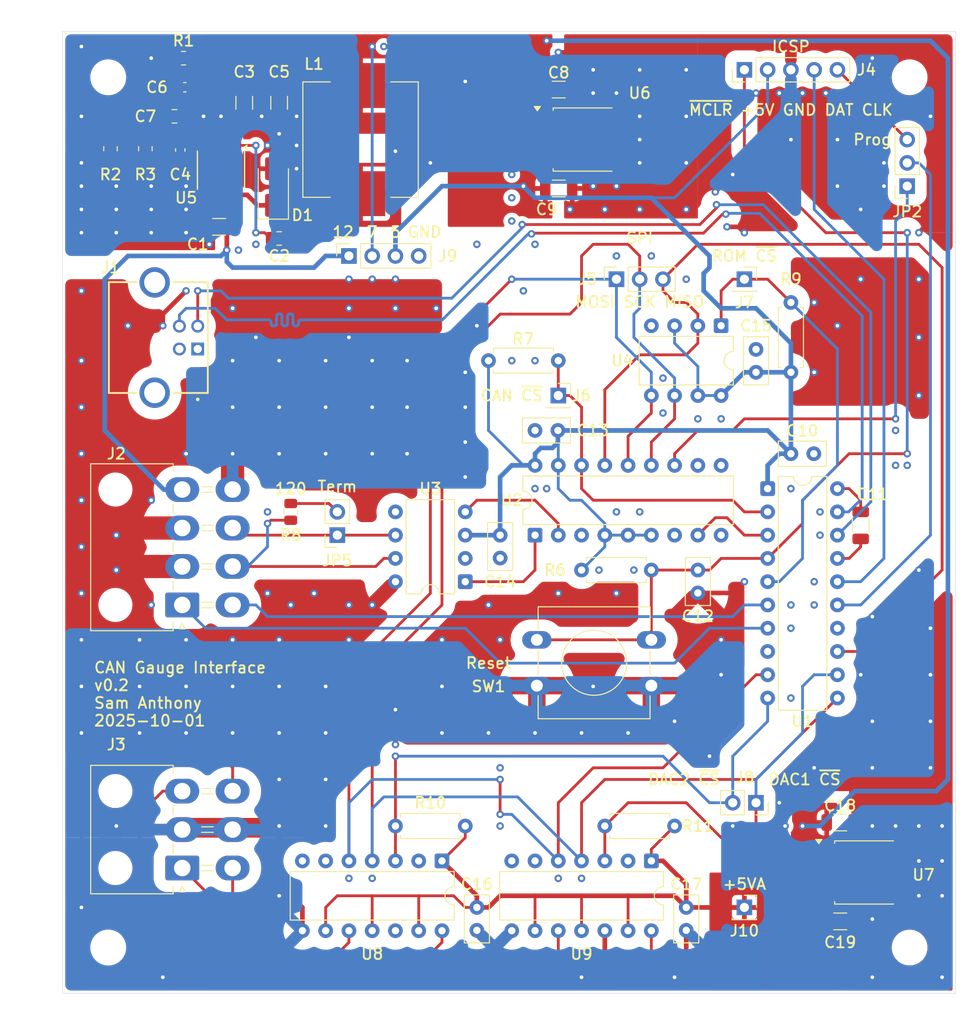
<source format=kicad_pcb>
(kicad_pcb (version 20241229) (generator "pcbnew") (generator_version "9.0")
  (title_block (title "CAN Gauge Interface") (date "2025-10-01") (rev "0.2") (company "Sam Anthony"))
  (layers (0 "F.Cu" signal) (4 "In1.Cu" signal) (6 "In2.Cu" signal) (2 "B.Cu" power) (13 "F.Paste" user) (15 "B.Paste" user) (5 "F.SilkS" user "F.Silkscreen") (7 "B.SilkS" user "B.Silkscreen") (1 "F.Mask" user) (3 "B.Mask" user) (25 "Edge.Cuts" user))
  (net 0 "")
  (net 1 "GND")
  (net 2 "+12V")
  (net 3 "Net-(U5-BOOT)")
  (net 4 "+7V")
  (net 5 "Net-(C7-Pad2)")
  (net 6 "+5V")
  (net 7 "Net-(U1-Vusb3v3)")
  (net 8 "/~{MCLR}")
  (net 9 "+5VA")
  (net 10 "/USB_D+")
  (net 11 "/USB_D-")
  (net 14 "/CAN_L")
  (net 15 "/Speed")
  (net 16 "/Tach")
  (net 17 "/CAN_H")
  (net 18 "/AN4")
  (net 19 "/AN2")
  (net 20 "/AN3")
  (net 21 "/AN1")
  (net 22 "/ICSP_CLK")
  (net 23 "/ICSP_DAT")
  (net 24 "/SCK")
  (net 25 "/MOSI")
  (net 26 "/MISO")
  (net 27 "/CAN_~{CS}")
  (net 28 "/ROM_~{CS}")
  (net 29 "/DAC2_~{CS}")
  (net 30 "/DAC1_~{CS}")
  (net 31 "/INT{slash}ICSP_CLK")
  (net 32 "/INT")
  (net 33 "Net-(JP5-B)")
  (net 35 "/CLK")
  (net 38 "/CAN_RX")
  (net 39 "/CAN_TX")
  (net 52 "/PH")
  (net 53 "/sense")
  (footprint "Connector_PinSocket_2.54mm:PinSocket_1x01_P2.54mm_Vertical" (layer "F.Cu") (at 124.46 129.54)
    (property "Reference" "J7")
    (property "Value" "ROM ~{CS}")
  )
  (footprint "Capacitor_SMD:C_1206_3216Metric" (layer "F.Cu") (at 104.189 119.634)
    (property "Reference" "C9")
    (property "Value" "10u" (hide yes))
  )
  (footprint "Capacitor_SMD:C_0805_2012Metric" (layer "F.Cu") (at 62.23 111.76 180)
    (property "Reference" "C7")
    (property "Value" "47n" (hide yes))
  )
  (footprint "Connector_PinSocket_2.54mm:PinSocket_1x04_P2.54mm_Vertical" (layer "F.Cu") (at 81.28 127 90)
    (property "Reference" "J9")
    (property "Value" "Conn_01x04_Socket" (hide yes))
  )
  (footprint "MountingHole:MountingHole_3.2mm_M3_DIN965" (layer "F.Cu") (at 55 202.5)
    (property "Reference" "H1" (hide yes))
    (property "Value" "MountingHole" (hide yes))
  )
  (footprint "Capacitor_SMD:C_1206_3216Metric" (layer "F.Cu") (at 134.923 199.644)
    (property "Reference" "C19")
    (property "Value" "10u" (hide yes))
  )
  (footprint "Resistor_THT:R_Axial_DIN0207_L6.3mm_D2.5mm_P7.62mm_Horizontal" (layer "F.Cu") (at 93.98 189.23 180)
    (property "Reference" "R10")
    (property "Value" "10k" (hide yes))
  )
  (footprint "Capacitor_SMD:C_1206_3216Metric" (layer "F.Cu") (at 134.923 188.849)
    (property "Reference" "C18")
    (property "Value" "10u" (hide yes))
  )
  (footprint "Package_TO_SOT_SMD:TO-252-2" (layer "F.Cu") (at 106.894 114.294)
    (property "Reference" "U6")
    (property "Value" "L78M05AB" (hide yes))
  )
  (footprint "Capacitor_THT:C_Disc_D5.0mm_W2.5mm_P2.50mm" (layer "F.Cu") (at 95.25 198.12 -90)
    (property "Reference" "C16")
    (property "Value" "100n" (hide yes))
  )
  (footprint "MountingHole:MountingHole_3.2mm_M3_DIN965" (layer "F.Cu") (at 142.5 202.5)
    (property "Reference" "H2" (hide yes))
    (property "Value" "MountingHole" (hide yes))
  )
  (footprint "Capacitor_SMD:C_0603_1608Metric" (layer "F.Cu") (at 62.865 115.43 -90)
    (property "Reference" "C4")
    (property "Value" "220p" (hide yes))
  )
  (footprint "footprints:Molex_Mini-Fit_Jr_5569-06A2_2x03_P4.20mm_Horizontal" (layer "F.Cu") (at 63.08 193.82 90)
    (property "Reference" "J3")
    (property "Value" "Analog")
  )
  (footprint "Resistor_SMD:R_0805_2012Metric" (layer "F.Cu") (at 63.2225 105.41)
    (property "Reference" "R1")
    (property "Value" "10k" (hide yes))
  )
  (footprint "USB_B_Samtec_USB-B-S-F-W-TH:SAMTEC_USB-B-S-X-X-TH" (layer "F.Cu") (at 60.07 135.91 -90)
    (property "Reference" "J1")
    (property "Value" "USB_B")
  )
  (footprint "Connector_PinSocket_2.54mm:PinSocket_1x02_P2.54mm_Vertical" (layer "F.Cu") (at 80.01 157.48 180)
    (property "Reference" "JP5")
    (property "Value" "Term")
  )
  (footprint "Capacitor_SMD:C_0603_1608Metric" (layer "F.Cu") (at 63.36 108.585)
    (property "Reference" "C6")
    (property "Value" "3300p" (hide yes))
  )
  (footprint "Inductor_SMD:L_Wuerth_WE-PD-Typ-LS_Handsoldering" (layer "F.Cu") (at 82.55 114.3 90)
    (property "Reference" "L1")
    (property "Value" "150u")
  )
  (footprint "MountingHole:MountingHole_3.2mm_M3_DIN965" (layer "F.Cu") (at 55 107.5)
    (property "Reference" "H4" (hide yes))
    (property "Value" "MountingHole" (hide yes))
  )
  (footprint "Resistor_SMD:R_0805_2012Metric" (layer "F.Cu") (at 55.245 115.2925 -90)
    (property "Reference" "R2")
    (property "Value" "3k24" (hide yes))
  )
  (footprint "Resistor_THT:R_Axial_DIN0207_L6.3mm_D2.5mm_P7.62mm_Horizontal" (layer "F.Cu") (at 106.68 161.29)
    (property "Reference" "R6")
    (property "Value" "10k" (hide yes))
  )
  (footprint "Connector_PinSocket_2.54mm:PinSocket_1x02_P2.54mm_Vertical" (layer "F.Cu") (at 125.73 186.69 -90)
    (property "Reference" "J8")
    (property "Value" "DAC ~{CS}" (hide yes))
  )
  (footprint "Button_Switch_THT:SW_PUSH-12mm" (layer "F.Cu") (at 114.3 173.91 180)
    (property "Reference" "SW1")
    (property "Value" "Reset")
  )
  (footprint "Capacitor_SMD:C_1206_3216Metric" (layer "F.Cu") (at 69.85 110.285 -90)
    (property "Reference" "C3")
    (property "Value" "22u" (hide yes))
  )
  (footprint "Connector_PinSocket_2.54mm:PinSocket_1x01_P2.54mm_Vertical" (layer "F.Cu") (at 104.14 142.24)
    (property "Reference" "J6")
    (property "Value" "CAN ~{CS}")
  )
  (footprint "Resistor_THT:R_Axial_DIN0207_L6.3mm_D2.5mm_P7.62mm_Horizontal" (layer "F.Cu") (at 129.54 139.7 90)
    (property "Reference" "R9")
    (property "Value" "10k" (hide yes))
  )
  (footprint "Connector_PinSocket_2.54mm:PinSocket_1x03_P2.54mm_Vertical" (layer "F.Cu") (at 142.24 119.38 180)
    (property "Reference" "JP2")
    (property "Value" "Prog")
  )
  (footprint "Package_DIP:DIP-14_W7.62mm" (layer "F.Cu") (at 91.44 193.04 -90)
    (property "Reference" "U8")
    (property "Value" "MCP4912" (hide yes))
  )
  (footprint "Diode_SMD:D_SMA" (layer "F.Cu") (at 73.025 119.475 90)
    (property "Reference" "D1")
    (property "Value" "SS34" (hide yes))
  )
  (footprint "footprints:Molex_Mini-Fit_Jr_5569-08A2_2x04_P4.20mm_Horizontal" (layer "F.Cu") (at 63.08 165.1 90)
    (property "Reference" "J2")
    (property "Value" "Conn_02x04_Top_Bottom")
  )
  (footprint "Resistor_SMD:R_0805_2012Metric" (layer "F.Cu") (at 59.055 115.2925 -90)
    (property "Reference" "R3")
    (property "Value" "2k7" (hide yes))
  )
  (footprint "Package_DIP:DIP-8_W7.62mm" (layer "F.Cu") (at 93.98 162.56 180)
    (property "Reference" "U3")
    (property "Value" "MCP2561-E-P" (hide yes))
  )
  (footprint "Resistor_THT:R_Axial_DIN0207_L6.3mm_D2.5mm_P7.62mm_Horizontal" (layer "F.Cu") (at 96.52 138.43)
    (property "Reference" "R7")
    (property "Value" "10k" (hide yes))
  )
  (footprint "Capacitor_SMD:C_1206_3216Metric" (layer "F.Cu") (at 73.66 110.285 -90)
    (property "Reference" "C5")
    (property "Value" "22u" (hide yes))
  )
  (footprint "Connector_PinHeader_2.54mm:PinHeader_1x05_P2.54mm_Vertical" (layer "F.Cu") (at 124.46 106.68 90)
    (property "Reference" "J4")
    (property "Value" "ICSP")
  )
  (footprint "Capacitor_THT:C_Disc_D5.0mm_W2.5mm_P2.50mm" (layer "F.Cu") (at 97.79 159.98 90)
    (property "Reference" "C14")
    (property "Value" "100n" (hide yes))
  )
  (footprint "Connector_PinSocket_2.54mm:PinSocket_1x03_P2.54mm_Vertical" (layer "F.Cu") (at 110.49 129.54 90)
    (property "Reference" "J5")
    (property "Value" "SPI Debug" (hide yes))
  )
  (footprint "Capacitor_SMD:C_1206_3216Metric" (layer "F.Cu") (at 104.189 108.839)
    (property "Reference" "C8")
    (property "Value" "10u" (hide yes))
  )
  (footprint "Connector_PinSocket_2.54mm:PinSocket_1x01_P2.54mm_Vertical" (layer "F.Cu") (at 124.46 198.12)
    (property "Reference" "J10")
    (property "Value" "+5VA")
  )
  (footprint "Package_DIP:DIP-20_W7.62mm" (layer "F.Cu") (at 127 152.4)
    (property "Reference" "U1")
    (property "Value" "PIC16F1459-IP" (hide yes))
  )
  (footprint "Capacitor_SMD:C_0805_2012Metric" (layer "F.Cu") (at 73.66 125.095)
    (property "Reference" "C2")
    (property "Value" "10n" (hide yes))
  )
  (footprint "Package_SO:TI_SO-PowerPAD-8" (layer "F.Cu") (at 67.31 117.635 -90)
    (property "Reference" "U5")
    (property "Value" "TPS5430DDA" (hide yes))
  )
  (footprint "Capacitor_THT:C_Disc_D5.0mm_W2.5mm_P2.50mm" (layer "F.Cu") (at 119.38 161.29 -90)
    (property "Reference" "C12")
    (property "Value" "100n" (hide yes))
  )
  (footprint "Capacitor_THT:C_Disc_D5.0mm_W2.5mm_P2.50mm" (layer "F.Cu") (at 118.11 198.12 -90)
    (property "Reference" "C17")
    (property "Value" "100n" (hide yes))
  )
  (footprint "Resistor_SMD:R_0805_2012Metric" (layer "F.Cu") (at 74.93 154.94 -90)
    (property "Reference" "R8")
    (property "Value" "120")
  )
  (footprint "Capacitor_THT:C_Disc_D5.0mm_W2.5mm_P2.50mm" (layer "F.Cu") (at 129.54 148.59)
    (property "Reference" "C10")
    (property "Value" "100n" (hide yes))
  )
  (footprint "MountingHole:MountingHole_3.2mm_M3_DIN965" (layer "F.Cu") (at 142.5 107.5)
    (property "Reference" "H3" (hide yes))
    (property "Value" "MountingHole" (hide yes))
  )
  (footprint "Capacitor_THT:C_Disc_D5.0mm_W2.5mm_P2.50mm" (layer "F.Cu") (at 101.6 146.05)
    (property "Reference" "C13")
    (property "Value" "100n" (hide yes))
  )
  (footprint "Resistor_THT:R_Axial_DIN0207_L6.3mm_D2.5mm_P7.62mm_Horizontal" (layer "F.Cu") (at 116.84 189.23 180)
    (property "Reference" "R11")
    (property "Value" "10k" (hide yes))
  )
  (footprint "Package_DIP:DIP-18_W7.62mm" (layer "F.Cu") (at 101.6 157.48 90)
    (property "Reference" "U2")
    (property "Value" "MCP2515-I/P" (hide yes))
  )
  (footprint "Capacitor_SMD:C_1206_3216Metric" (layer "F.Cu") (at 137.16 156.415 90)
    (property "Reference" "C11")
    (property "Value" "1u" (hide yes))
  )
  (footprint "Package_DIP:DIP-8_W7.62mm" (layer "F.Cu") (at 121.92 134.62 -90)
    (property "Reference" "U4")
    (property "Value" "25LC160C" (hide yes))
  )
  (footprint "Package_TO_SOT_SMD:TO-252-2" (layer "F.Cu") (at 137.628 194.304)
    (property "Reference" "U7")
    (property "Value" "L78M05AB" (hide yes))
  )
  (footprint "Capacitor_SMD:C_1206_3216Metric" (layer "F.Cu") (at 67.105 123.825 180)
    (property "Reference" "C1")
    (property "Value" "22u" (hide yes))
  )
  (footprint "Capacitor_THT:C_Disc_D5.0mm_W2.5mm_P2.50mm" (layer "F.Cu") (at 125.73 137.2 -90)
    (property "Reference" "C15")
    (property "Value" "100n" (hide yes))
  )
  (footprint "Package_DIP:DIP-14_W7.62mm" (layer "F.Cu") (at 114.3 193.04 -90)
    (property "Reference" "U9")
    (property "Value" "MCP4912" (hide yes))
  )
  (gr_rect (start 50 102.5) (end 147.5 207.5) (stroke (width 0.05)) (fill no) (layer "Edge.Cuts"))
  (gr_text "SPI" (at 113.03 125.73 0) (layer "F.SilkS") (effects (font (size 1.2 1.2) (thickness 0.2) (bold yes)) (justify bottom)))
  (gr_text "12" (at 80.645 125.095 0) (layer "F.SilkS") (effects (font (size 1.2 1.2) (thickness 0.2) (bold yes)) (justify bottom)))
  (gr_text "~{MCLR} +5V GND DAT CLK" (at 129.54 111.76 0) (layer "F.SilkS") (effects (font (size 1.2 1.2) (thickness 0.2) (bold yes)) (justify bottom)))
  (gr_text "CAN Gauge Interface\nv0.2\nSam Anthony\n2025-10-01" (at 53.34 178.435 0) (layer "F.SilkS") (effects (font (size 1.2 1.2) (thickness 0.2) (bold yes)) (justify left bottom)))
  (gr_text "GND" (at 89.535 125.095 0) (layer "F.SilkS") (effects (font (size 1.2 1.2) (thickness 0.2) (bold yes)) (justify bottom)))
  (gr_text "7\n" (at 83.82 125.095 0) (layer "F.SilkS") (effects (font (size 1.2 1.2) (thickness 0.2) (bold yes)) (justify bottom)))
  (gr_text "DAC2 ~{CS}" (at 121.92 184.15 0) (layer "F.SilkS") (effects (font (size 1.2 1.2) (thickness 0.2) (bold yes)) (justify right)))
  (gr_text "DAC1 ~{CS}" (at 127 184.15 0) (layer "F.SilkS") (effects (font (size 1.2 1.2) (thickness 0.2) (bold yes)) (justify left)))
  (gr_text "MOSI SCK MISO" (at 113.03 132.715 0) (layer "F.SilkS") (effects (font (size 1.2 1.2) (thickness 0.2) (bold yes)) (justify bottom)))
  (gr_text "5" (at 86.36 125.095 0) (layer "F.SilkS") (effects (font (size 1.2 1.2) (thickness 0.2) (bold yes)) (justify bottom)))
  (segment (start 134.62 152.4) (end 135.89 152.4) (width 0.3048) (layer "F.Cu") (net 1))
  (segment (start 128.905 187.325) (end 128.27 186.69) (width 0.508) (layer "F.Cu") (net 1))
  (segment (start 116.84 205.74) (end 118.11 204.47) (width 0.508) (layer "F.Cu") (net 1))
  (segment (start 123.23 163.79) (end 119.38 163.79) (width 0.508) (layer "F.Cu") (net 1))
  (segment (start 105.664 105.664) (end 105.664 108.839) (width 0.508) (layer "F.Cu") (net 1))
  (segment (start 104.14 104.775) (end 104.775 104.775) (width 0.508) (layer "F.Cu") (net 1))
  (segment (start 123.825 123.825) (end 124.46 124.46) (width 0.508) (layer "F.Cu") (net 1))
  (segment (start 66.675 118.3775) (end 66.535 118.2375) (width 0.508) (layer "F.Cu") (net 1))
  (segment (start 146.05 121.92) (end 146.05 113.03) (width 0.508) (layer "F.Cu") (net 1))
  (segment (start 118.11 204.47) (end 118.11 200.62) (width 0.508) (layer "F.Cu") (net 1))
  (segment (start 146.05 113.03) (end 144.78 111.76) (width 0.508) (layer "F.Cu") (net 1))
  (segment (start 137.16 153.67) (end 137.16 154.94) (width 0.3048) (layer "F.Cu") (net 1))
  (segment (start 122.555 123.825) (end 123.825 123.825) (width 0.508) (layer "F.Cu") (net 1))
  (segment (start 143.51 124.46) (end 146.05 121.92) (width 0.508) (layer "F.Cu") (net 1))
  (segment (start 73.66 189.23) (end 73.66 196.85) (width 0.508) (layer "F.Cu") (net 1))
  (segment (start 60.96 133.35) (end 60.96 134.62) (width 0.508) (layer "F.Cu") (net 1))
  (segment (start 73.66 196.85) (end 74.93 196.85) (width 0.508) (layer "F.Cu") (net 1))
  (segment (start 74.93 196.85) (end 76.2 198.12) (width 0.508) (layer "F.Cu") (net 1))
  (segment (start 109.22 203.2) (end 109.22 200.66) (width 0.508) (layer "F.Cu") (net 1))
  (segment (start 60.96 134.62) (end 57.15 134.62) (width 0.508) (layer "F.Cu") (net 1))
  (segment (start 104.775 104.775) (end 105.664 105.664) (width 0.508) (layer "F.Cu") (net 1))
  (segment (start 124.46 162.56) (end 123.23 163.79) (width 0.508) (layer "F.Cu") (net 1))
  (segment (start 128.27 186.69) (end 132.08 182.88) (width 0.508) (layer "F.Cu") (net 1))
  (segment (start 135.89 152.4) (end 137.16 153.67) (width 0.3048) (layer "F.Cu") (net 1))
  (segment (start 124.46 119.38) (end 123.19 118.11) (width 0.508) (layer "F.Cu") (net 1))
  (segment (start 76.2 198.12) (end 76.2 200.66) (width 0.508) (layer "F.Cu") (net 1))
  (segment (start 86.36 180.34) (end 86.36 176.53) (width 0.508) (layer "F.Cu") (net 1))
  (segment (start 66.675 120.415) (end 66.675 118.3775) (width 0.508) (layer "F.Cu") (net 1))
  (segment (start 106.68 205.74) (end 109.22 203.2) (width 0.508) (layer "F.Cu") (net 1))
  (segment (start 63.5 130.81) (end 60.96 133.35) (width 0.508) (layer "F.Cu") (net 1))
  (segment (start 124.46 124.46) (end 124.46 119.38) (width 0.508) (layer "F.Cu") (net 1))
  (segment (start 128.905 189.23) (end 128.905 187.325) (width 0.508) (layer "F.Cu") (net 1))
  (via (at 128.27 109.22) (size 0.8128) (drill 0.4) (layers "F.Cu" "B.Cu") (net 1))
  (via (at 68.58 148.59) (size 0.8128) (drill 0.4) (layers "F.Cu" "B.Cu") (net 1))
  (via (at 78.74 179.07) (size 0.8128) (drill 0.4) (layers "F.Cu" "B.Cu") (net 1))
  (via (at 66.04 125.73) (size 0.8128) (drill 0.4) (layers "F.Cu" "B.Cu") (net 1))
  (via (at 71.755 111.76) (size 0.8128) (drill 0.4) (layers "F.Cu" "B.Cu") (net 1))
  (via (at 52.07 148.59) (size 0.8128) (drill 0.4) (layers "F.Cu" "B.Cu") (net 1))
  (via (at 73.66 113.665) (size 0.8128) (drill 0.4) (layers "F.Cu" "B.Cu") (net 1))
  (via (at 86.36 132.715) (size 0.8128) (drill 0.4) (layers "F.Cu" "B.Cu") (net 1))
  (via (at 122.555 123.825) (size 0.8128) (drill 0.4) (layers "F.Cu" "B.Cu") (net 1))
  (via (at 138.43 182.88) (size 0.8128) (drill 0.4) (layers "F.Cu" "B.Cu") (net 1))
  (via (at 99.06 138.43) (size 0.8128) (drill 0.4) (layers "F.Cu" "B.Cu") (net 1))
  (via (at 63.5 124.46) (size 0.8128) (drill 0.4) (layers "F.Cu" "B.Cu") (net 1))
  (via (at 58.42 179.07) (size 0.8128) (drill 0.4) (layers "F.Cu" "B.Cu") (net 1))
  (via (at 96.52 179.07) (size 0.8128) (drill 0.4) (layers "F.Cu" "B.Cu") (net 1))
  (via (at 86.36 115.57) (size 0.8128) (drill 0.4) (layers "F.Cu" "B.Cu") (net 1))
  (via (at 139.7 116.84) (size 0.8128) (drill 0.4) (layers "F.Cu" "B.Cu") (net 1))
  (via (at 106.68 179.07) (size 0.8128) (drill 0.4) (layers "F.Cu" "B.Cu") (net 1))
  (via (at 110.49 109.22) (size 0.8128) (drill 0.4) (layers "F.Cu" "B.Cu") (net 1))
  (via (at 125.73 109.22) (size 0.8128) (drill 0.4) (layers "F.Cu" "B.Cu") (net 1))
  (via (at 113.03 111.76) (size 0.8128) (drill 0.4) (layers "F.Cu" "B.Cu") (net 1))
  (via (at 146.05 196.85) (size 0.8128) (drill 0.4) (layers "F.Cu" "B.Cu") (net 1))
  (via (at 118.11 129.54) (size 0.8128) (drill 0.4) (layers "F.Cu" "B.Cu") (net 1))
  (via (at 67.31 111.76) (size 0.8128) (drill 0.4) (layers "F.Cu" "B.Cu") (net 1))
  (via (at 110.49 119.38) (size 0.8128) (drill 0.4) (layers "F.Cu" "B.Cu") (net 1))
  (via (at 137.16 129.54) (size 0.8128) (drill 0.4) (layers "F.Cu" "B.Cu") (net 1))
  (via (at 95.25 134.62) (size 0.8128) (drill 0.4) (layers "F.Cu" "B.Cu") (net 1))
  (via (at 83.82 143.51) (size 0.8128) (drill 0.4) (layers "F.Cu" "B.Cu") (net 1))
  (via (at 68.58 138.43) (size 0.8128) (drill 0.4) (layers "F.Cu" "B.Cu") (net 1))
  (via (at 121.92 168.91) (size 0.8128) (drill 0.4) (layers "F.Cu" "B.Cu") (net 1))
  (via (at 73.66 173.99) (size 0.8128) (drill 0.4) (layers "F.Cu" "B.Cu") (net 1))
  (via (at 138.43 199.39) (size 0.8128) (drill 0.4) (layers "F.Cu" "B.Cu") (net 1))
  (via (at 60.96 205.74) (size 0.8128) (drill 0.4) (layers "F.Cu" "B.Cu") (net 1))
  (via (at 69.215 126.365) (size 0.8128) (drill 0.4) (layers "F.Cu" "B.Cu") (net 1))
  (via (at 119.38 144.78) (size 0.8128) (drill 0.4) (layers "F.Cu" "B.Cu") (net 1))
  (via (at 59.69 105.41) (size 0.8128) (drill 0.4) (layers "F.Cu" "B.Cu") (net 1))
  (via (at 146.05 193.04) (size 0.8128) (drill 0.4) (layers "F.Cu" "B.Cu") (net 1))
  (via (at 55.88 157.48) (size 0.8128) (drill 0.4) (layers "F.Cu" "B.Cu") (net 1))
  (via (at 57.15 134.62) (size 0.8128) (drill 0.4) (layers "F.Cu" "B.Cu") (net 1))
  (via (at 143.51 129.54) (size 0.8128) (drill 0.4) (layers "F.Cu" "B.Cu") (net 1))
  (via (at 143.51 189.23) (size 0.8128) (drill 0.4) (layers "F.Cu" "B.Cu") (net 1))
  (via (at 120.65 181.61) (size 0.8128) (drill 0.4) (layers "F.Cu" "B.Cu") (net 1))
  (via (at 75.565 117.475) (size 0.8128) (drill 0.4) (layers "F.Cu" "B.Cu") (net 1))
  (via (at 74.93 165.1) (size 0.8128) (drill 0.4) (layers "F.Cu" "B.Cu") (net 1))
  (via (at 104.14 104.775) (size 0.8128) (drill 0.4) (layers "F.Cu" "B.Cu") (net 1))
  (via (at 81.28 129.54) (size 0.8128) (drill 0.4) (layers "F.Cu" "B.Cu") (net 1))
  (via (at 111.76 179.07) (size 0.8128) (drill 0.4) (layers "F.Cu" "B.Cu") (net 1))
  (via (at 78.74 143.51) (size 0.8128) (drill 0.4) (layers "F.Cu" "B.Cu") (net 1))
  (via (at 52.07 168.91) (size 0.8128) (drill 0.4) (layers "F.Cu" "B.Cu") (net 1))
  (via (at 118.11 116.84) (size 0.8128) (drill 0.4) (layers "F.Cu" "B.Cu") (net 1))
  (via (at 91.44 173.99) (size 0.8128) (drill 0.4) (layers "F.Cu" "B.Cu") (net 1))
  (via (at 68.58 173.99) (size 0.8128) (drill 0.4) (layers "F.Cu" "B.Cu") (net 1))
  (via (at 65.405 111.76) (size 0.8128) (drill 0.4) (layers "F.Cu" "B.Cu") (net 1))
  (via (at 55.88 121.92) (size 0.8128) (drill 0.4) (layers "F.Cu" "B.Cu") (net 1))
  (via (at 73.66 148.59) (size 0.8128) (drill 0.4) (layers "F.Cu" "B.Cu") (net 1))
  (via (at 121.285 120.015) (size 0.8128) (drill 0.4) (layers "F.Cu" "B.Cu") (net 1))
  (via (at 81.28 132.715) (size 0.8128) (drill 0.4) (layers "F.Cu" "B.Cu") (net 1))
  (via (at 132.08 139.7) (size 0.8128) (drill 0.4) (layers "F.Cu" "B.Cu") (net 1))
  (via (at 138.43 189.23) (size 0.8128) (drill 0.4) (layers "F.Cu" "B.Cu") (net 1))
  (via (at 124.46 124.46) (size 0.8128) (drill 0.4) (layers "F.Cu" "B.Cu") (net 1))
  (via (at 63.5 179.07) (size 0.8128) (drill 0.4) (layers "F.Cu" "B.Cu") (net 1))
  (via (at 132.08 162.56) (size 0.8128) (drill 0.4) (layers "F.Cu" "B.Cu") (net 1))
  (via (at 110.49 127) (size 0.8128) (drill 0.4) (layers "F.Cu" "B.Cu") (net 1))
  (via (at 59.69 153.67) (size 0.8128) (drill 0.4) (layers "F.Cu" "B.Cu") (net 1))
  (via (at 128.905 189.23) (size 0.8128) (drill 0.4) (layers "F.Cu" "B.Cu") (net 1))
  (via (at 107.95 119.38) (size 0.8128) (drill 0.4) (layers "F.Cu" "B.Cu") (net 1))
  (via (at 99.06 120.65) (size 0.8128) (drill 0.4) (layers "F.Cu" "B.Cu") (net 1))
  (via (at 140.97 149.86) (size 0.8128) (drill 0.4) (layers "F.Cu" "B.Cu") (net 1))
  (via (at 90.17 116.84) (size 0.8128) (drill 0.4) (layers "F.Cu" "B.Cu") (net 1))
  (via (at 87.63 143.51) (size 0.8128) (drill 0.4) (layers "F.Cu" "B.Cu") (net 1))
  (via (at 142.24 149.86) (size 0.8128) (drill 0.4) (layers "F.Cu" "B.Cu") (net 1))
  (via (at 132.715 157.48) (size 0.8128) (drill 0.4) (layers "F.Cu" "B.Cu") (net 1))
  (via (at 143.51 142.24) (size 0.8128) (drill 0.4) (layers "F.Cu" "B.Cu") (net 1))
  (via (at 93.98 151.13) (size 0.8128) (drill 0.4) (layers "F.Cu" "B.Cu") (net 1))
  (via (at 63.5 148.59) (size 0.8128) (drill 0.4) (layers "F.Cu" "B.Cu") (net 1))
  (via (at 83.82 148.59) (size 0.8128) (drill 0.4) (layers "F.Cu" "B.Cu") (net 1))
  (via (at 52.07 130.81) (size 0.8128) (drill 0.4) (layers "F.Cu" "B.Cu") (net 1))
  (via (at 143.51 124.46) (size 0.8128) (drill 0.4) (layers "F.Cu" "B.Cu") (net 1))
  (via (at 128.27 186.69) (size 0.8128) (drill 0.4) (layers "F.Cu" "B.Cu") (net 1))
  (via (at 132.08 165.1) (size 0.8128) (drill 0.4) (layers "F.Cu" "B.Cu") (net 1))
  (via (at 134.62 119.38) (size 0.8128) (drill 0.4) (layers "F.Cu" "B.Cu") (net 1))
  (via (at 85.09 104.14) (size 0.8128) (drill 0.4) (layers "F.Cu" "B.Cu") (net 1))
  (via (at 52.07 198.12) (size 0.8128) (drill 0.4) (layers "F.Cu" "B.Cu") (net 1))
  (via (at 129.54 165.1) (size 0.8128) (drill 0.4) (layers "F.Cu" "B.Cu") (net 1))
  (via (at 138.43 105.41) (size 0.8128) (drill 0.4) (layers "F.Cu" "B.Cu") (net 1))
  (via (at 91.44 168.91) (size 0.8128) (drill 0.4) (layers "F.Cu" "B.Cu") (net 1))
  (via (at 130.81 109.22) (size 0.8128) (drill 0.4) (layers "F.Cu" "B.Cu") (net 1))
  (via (at 52.07 116.84) (size 0.8128) (drill 0.4) (layers "F.Cu" "B.Cu") (net 1))
  (via (at 106.68 205.74) (size 0.8128) (drill 0.4) (layers "F.Cu" "B.Cu") (net 1))
  (via (at 129.54 152.4) (size 0.8128) (drill 0.4) (layers "F.Cu" "B.Cu") (net 1))
  (via (at 134.62 134.62) (size 0.8128) (drill 0.4) (layers "F.Cu" "B.Cu") (net 1))
  (via (at 93.98 107.95) (size 0.8128) (drill 0.4) (layers "F.Cu" "B.Cu") (net 1))
  (via (at 116.84 177.8) (size 0.8128) (drill 0.4) (layers "F.Cu" "B.Cu") (net 1))
  (via (at 52.07 119.38) (size 0.8128) (drill 0.4) (layers "F.Cu" "B.Cu") (net 1))
  (via (at 59.69 165.1) (size 0.8128) (drill 0.4) (layers "F.Cu" "B.Cu") (net 1))
  (via (at 146.05 205.74) (size 0.8128) (drill 0.4) (layers "F.Cu" "B.Cu") (net 1))
  (via (at 101.6 125.73) (size 0.8128) (drill 0.4) (layers "F.Cu" "B.Cu") (net 1))
  (via (at 133.35 109.22) (size 0.8128) (drill 0.4) (layers "F.Cu" "B.Cu") (net 1))
  (via (at 144.78 182.88) (size 0.8128) (drill 0.4) (layers "F.Cu" "B.Cu") (net 1))
  (via (at 144.78 177.8) (size 0.8128) (drill 0.4) (layers "F.Cu" "B.Cu") (net 1))
  (via (at 144.78 111.76) (size 0.8128) (drill 0.4) (layers "F.Cu" "B.Cu") (net 1))
  (via (at 55.88 189.23) (size 0.8128) (drill 0.4) (layers "F.Cu" "B.Cu") (net 1))
  (via (at 59.69 121.92) (size 0.8128) (drill 0.4) (layers "F.Cu" "B.Cu") (net 1))
  (via (at 78.74 173.99) (size 0.8128) (drill 0.4) (layers "F.Cu" "B.Cu") (net 1))
  (via (at 97.79 168.91) (size 0.8128) (drill 0.4) (layers "F.Cu" "B.Cu") (net 1))
  (via (at 115.57 140.335) (size 0.8128) (drill 0.4) (layers "F.Cu" "B.Cu") (net 1))
  (via (at 73.66 179.07) (size 0.8128) (drill 0.4) (layers "F.Cu" "B.Cu") (net 1))
  (via (at 73.66 138.43) (size 0.8128) (drill 0.4) (layers "F.Cu" "B.Cu") (net 1))
  (via (at 55.88 119.38) (size 0.8128) (drill 0.4) (layers "F.Cu" "B.Cu") (net 1))
  (via (at 52.07 153.67) (size 0.8128) (drill 0.4) (layers "F.Cu" "B.Cu") (net 1))
  (via (at 95.25 125.73) (size 0.8128) (drill 0.4) (layers "F.Cu" "B.Cu") (net 1))
  (via (at 72.39 163.83) (size 0.8128) (drill 0.4) (layers "F.Cu" "B.Cu") (net 1))
  (via (at 86.36 129.54) (size 0.8128) (drill 0.4) (layers "F.Cu" "B.Cu") (net 1))
  (via (at 106.68 194.945) (size 0.8128) (drill 0.4) (layers "F.Cu" "B.Cu") (net 1))
  (via (at 132.08 182.88) (size 0.8128) (drill 0.4) (layers "F.Cu" "B.Cu") (net 1))
  (via (at 104.14 163.83) (size 0.8128) (drill 0.4) (layers "F.Cu" "B.Cu") (net 1))
  (via (at 143.51 161.29) (size 0.8128) (drill 0.4) (layers "F.Cu" "B.Cu") (net 1))
  (via (at 75.565 114.935) (size 0.8128) (drill 0.4) (layers "F.Cu" "B.Cu") (net 1))
  (via (at 78.74 189.23) (size 0.8128) (drill 0.4) (layers "F.Cu" "B.Cu") (net 1))
  (via (at 112.395 161.29) (size 0.8128) (drill 0.4) (layers "F.Cu" "B.Cu") (net 1))
  (via (at 63.5 168.91) (size 0.8128) (drill 0.4) (layers "F.Cu" "B.Cu") (net 1))
  (via (at 87.63 138.43) (size 0.8128) (drill 0.4) (layers "F.Cu" "B.Cu") (net 1))
  (via (at 121.92 144.78) (size 0.8128) (drill 0.4) (layers "F.Cu" "B.Cu") (net 1))
  (via (at 138.43 177.8) (size 0.8128) (drill 0.4) (layers "F.Cu" "B.Cu") (net 1))
  (via (at 140.97 189.23) (size 0.8128) (drill 0.4) (layers "F.Cu" "B.Cu") (net 1))
  (via (at 113.03 114.3) (size 0.8128) (drill 0.4) (layers "F.Cu" "B.Cu") (net 1))
  (via (at 83.82 165.1) (size 0.8128) (drill 0.4) (layers "F.Cu" "B.Cu") (net 1))
  (via (at 60.96 134.62) (size 0.8128) (drill 0.4) (layers "F.Cu" "B.Cu") (net 1))
  (via (at 115.57 144.145) (size 0.8128) (drill 0.4) (layers "F.Cu" "B.Cu") (net 1))
  (via (at 118.11 111.76) (size 0.8128) (drill 0.4) (layers "F.Cu" "B.Cu") (net 1))
  (via (at 68.58 132.715) (size 0.8128) (drill 0.4) (layers "F.Cu" "B.Cu") (net 1))
  (via (at 68.58 179.07) (size 0.8128) (drill 0.4) (layers "F.Cu" "B.Cu") (net 1))
  (via (at 71.12 125.73) (size 0.8128) (drill 0.4) (layers "F.Cu" "B.Cu") (net 1))
  (via (at 123.19 118.11) (size 0.8128) (drill 0.4) (layers "F.Cu" "B.Cu") (net 1))
  (via (at 63.5 173.99) (size 0.8128) (drill 0.4) (layers "F.Cu" "B.Cu") (net 1))
  (via (at 52.07 179.07) (size 0.8128) (drill 0.4) (layers "F.Cu" "B.Cu") (net 1))
  (via (at 129.54 114.3) (size 0.8128) (drill 0.4) (layers "F.Cu" "B.Cu") (net 1))
  (via (at 58.42 168.91) (size 0.8128) (drill 0.4) (layers "F.Cu" "B.Cu") (net 1))
  (via (at 77.47 163.83) (size 0.8128) (drill 0.4) (layers "F.Cu" "B.Cu") (net 1))
  (via (at 138.43 205.74) (size 0.8128) (drill 0.4) (layers "F.Cu" "B.Cu") (net 1))
  (via (at 55.88 161.29) (size 0.8128) (drill 0.4) (layers "F.Cu" "B.Cu") (net 1))
  (via (at 105.41 121.92) (size 0.8128) (drill 0.4) (layers "F.Cu" "B.Cu") (net 1))
  (via (at 116.84 205.74) (size 0.8128) (drill 0.4) (layers "F.Cu" "B.Cu") (net 1))
  (via (at 93.98 143.51) (size 0.8128) (drill 0.4) (layers "F.Cu" "B.Cu") (net 1))
  (via (at 99.06 118.11) (size 0.8128) (drill 0.4) (layers "F.Cu" "B.Cu") (net 1))
  (via (at 100.33 130.81) (size 0.8128) (drill 0.4) (layers "F.Cu" "B.Cu") (net 1))
  (via (at 102.87 152.4) (size 0.8128) (drill 0.4) (layers "F.Cu" "B.Cu") (net 1))
  (via (at 52.07 163.83) (size 0.8128) (drill 0.4) (layers "F.Cu" "B.Cu") (net 1))
  (via (at 87.63 148.59) (size 0.8128) (drill 0.4) (layers "F.Cu" "B.Cu") (net 1))
  (via (at 118.11 121.92) (size 0.8128) (drill 0.4) (layers "F.Cu" "B.Cu") (net 1))
  (via (at 72.39 114.935) (size 0.8128) (drill 0.4) (layers "F.Cu" "B.Cu") (net 1))
  (via (at 123.19 189.23) (size 0.8128) (drill 0.4) (layers "F.Cu" "B.Cu") (net 1))
  (via (at 52.07 138.43) (size 0.8128) (drill 0.4) (layers "F.Cu" "B.Cu") (net 1))
  (via (at 83.82 129.54) (size 0.8128) (drill 0.4) (layers "F.Cu" "B.Cu") (net 1))
  (via (at 144.78 172.72) (size 0.8128) (drill 0.4) (layers "F.Cu" "B.Cu") (net 1))
  (via (at 63.5 130.81) (size 0.8128) (drill 0.4) (layers "F.Cu" "B.Cu") (net 1))
  (via (at 90.805 132.715) (size 0.8128) (drill 0.4) (layers "F.Cu" "B.Cu") (net 1))
  (via (at 104.14 194.945) (size 0.8128) (drill 0.4) (layers "F.Cu" "B.Cu") (net 1))
  (via (at 101.6 152.4) (size 0.8128) (drill 0.4) (layers "F.Cu" "B.Cu") (net 1))
  (via (at 63.5 121.92) (size 0.8128) (drill 0.4) (layers "F.Cu" "B.Cu") (net 1))
  (via (at 73.66 143.51) (size 0.8128) (drill 0.4) (layers "F.Cu" "B.Cu") (net 1))
  (via (at 86.36 176.53) (size 0.8128) (drill 0.4) (layers "F.Cu" "B.Cu") (net 1))
  (via (at 73.66 168.91) (size 0.8128) (drill 0.4) (layers "F.Cu" "B.Cu") (net 1))
  (via (at 52.07 111.76) (size 0.8128) (drill 0.4) (layers "F.Cu" "B.Cu") (net 1))
  (via (at 137.16 172.72) (size 0.8128) (drill 0.4) (layers "F.Cu" "B.Cu") (net 1))
  (via (at 107.95 109.22) (size 0.8128) (drill 0.4) (layers "F.Cu" "B.Cu") (net 1))
  (via (at 101.6 138.43) (size 0.8128) (drill 0.4) (layers "F.Cu" "B.Cu") (net 1))
  (via (at 71.12 135.89) (size 0.8128) (drill 0.4) (layers "F.Cu" "B.Cu") (net 1))
  (via (at 97.79 189.23) (size 0.8128) (drill 0.4) (layers "F.Cu" "B.Cu") (net 1))
  (via (at 137.16 121.92) (size 0.8128) (drill 0.4) (layers "F.Cu" "B.Cu") (net 1))
  (via (at 118.11 106.68) (size 0.8128) (drill 0.4) (layers "F.Cu" "B.Cu") (net 1))
  (via (at 52.07 124.46) (size 0.8128) (drill 0.4) (layers "F.Cu" "B.Cu") (net 1))
  (via (at 139.7 119.38) (size 0.8128) (drill 0.4) (layers "F.Cu" "B.Cu") (net 1))
  (via (at 78.74 138.43) (size 0.8128) (drill 0.4) (layers "F.Cu" "B.Cu") (net 1))
  (via (at 83.82 194.945) (size 0.8128) (drill 0.4) (layers "F.Cu" "B.Cu") (net 1))
  (via (at 146.05 189.23) (size 0.8128) (drill 0.4) (layers "F.Cu" "B.Cu") (net 1))
  (via (at 113.03 106.68) (size 0.8128) (drill 0.4) (layers "F.Cu" "B.Cu") (net 1))
  (via (at 72.39 154.94) (size 0.8128) (drill 0.4) (layers "F.Cu" "B.Cu") (net 1))
  (via (at 121.92 172.72) (size 0.8128) (drill 0.4) (layers "F.Cu" "B.Cu") (net 1))
  (via (at 134.62 114.3) (size 0.8128) (drill 0.4) (layers "F.Cu" "B.Cu") (net 1))
  (via (at 59.69 119.38) (size 0.8128) (drill 0.4) (layers "F.Cu" "B.Cu") (net 1))
  (via (at 78.74 184.15) (size 0.8128) (drill 0.4) (layers "F.Cu" "B.Cu") (net 1))
  (via (at 129.54 175.26) (size 0.8128) (drill 0.4) (layers "F.Cu" "B.Cu") (net 1))
  (via (at 138.43 166.37) (size 0.8128) (drill 0.4) (layers "F.Cu" "B.Cu") (net 1))
  (via (at 132.08 132.08) (size 0.8128) (drill 0.4) (layers "F.Cu" "B.Cu") (net 1))
  (via (at 107.95 173.99) (size 0.8128) (drill 0.4) (layers "F.Cu" "B.Cu") (net 1))
  (via (at 81.28 194.945) (size 0.8128) (drill 0.4) (layers "F.Cu" "B.Cu") (net 1))
  (via (at 97.79 182.88) (size 0.8128) (drill 0.4) (layers "F.Cu" "B.Cu") (net 1))
  (via (at 124.46 162.56) (size 0.8128) (drill 0.4) (layers "F.Cu" "B.Cu") (net 1))
  (via (at 83.82 138.43) (size 0.8128) (drill 0.4) (layers "F.Cu" "B.Cu") (net 1))
  (via (at 78.74 148.59) (size 0.8128) (drill 0.4) (layers "F.Cu" "B.Cu") (net 1))
  (via (at 93.98 147.32) (size 0.8128) (drill 0.4) (layers "F.Cu" "B.Cu") (net 1))
  (via (at 55.88 124.46) (size 0.8128) (drill 0.4) (layers "F.Cu" "B.Cu") (net 1))
  (via (at 93.98 139.7) (size 0.8128) (drill 0.4) (layers "F.Cu" "B.Cu") (net 1))
  (via (at 81.28 165.1) (size 0.8128) (drill 0.4) (layers "F.Cu" "B.Cu") (net 1))
  (via (at 108.585 161.29) (size 0.8128) (drill 0.4) (layers "F.Cu" "B.Cu") (net 1))
  (via (at 73.66 189.23) (size 0.8128) (drill 0.4) (layers "F.Cu" "B.Cu") (net 1))
  (via (at 58.42 173.99) (size 0.8128) (drill 0.4) (layers "F.Cu" "B.Cu") (net 1))
  (via (at 132.715 154.94) (size 0.8128) (drill 0.4) (layers "F.Cu" "B.Cu") (net 1))
  (via (at 143.51 196.85) (size 0.8128) (drill 0.4) (layers "F.Cu" "B.Cu") (net 1))
  (via (at 68.58 168.91) (size 0.8128) (drill 0.4) (layers "F.Cu" "B.Cu") (net 1))
  (via (at 110.49 154.94) (size 0.8128) (drill 0.4) (layers "F.Cu" "B.Cu") (net 1))
  (via (at 144.78 167.64) (size 0.8128) (drill 0.4) (layers "F.Cu" "B.Cu") (net 1))
  (via (at 113.03 154.94) (size 0.8128) (drill 0.4) (layers "F.Cu" "B.Cu") (net 1))
  (via (at 113.03 116.84) (size 0.8128) (drill 0.4) (layers "F.Cu" "B.Cu") (net 1))
  (via (at 63.5 119.38) (size 0.8128) (drill 0.4) (layers "F.Cu" "B.Cu") (net 1))
  (via (at 59.69 124.46) (size 0.8128) (drill 0.4) (layers "F.Cu" "B.Cu") (net 1))
  (via (at 75.565 111.76) (size 0.8128) (drill 0.4) (layers "F.Cu" "B.Cu") (net 1))
  (via (at 52.07 143.51) (size 0.8128) (drill 0.4) (layers "F.Cu" "B.Cu") (net 1))
  (via (at 113.03 121.92) (size 0.8128) (drill 0.4) (layers "F.Cu" "B.Cu") (net 1))
  (via (at 86.36 180.34) (size 0.8128) (drill 0.4) (layers "F.Cu" "B.Cu") (net 1))
  (via (at 96.52 165.1) (size 0.8128) (drill 0.4) (layers "F.Cu" "B.Cu") (net 1))
  (via (at 52.07 104.14) (size 0.8128) (drill 0.4) (layers "F.Cu" "B.Cu") (net 1))
  (via (at 129.54 167.64) (size 0.8128) (drill 0.4) (layers "F.Cu" "B.Cu") (net 1))
  (via (at 52.07 158.75) (size 0.8128) (drill 0.4) (layers "F.Cu" "B.Cu") (net 1))
  (via (at 68.58 143.51) (size 0.8128) (drill 0.4) (layers "F.Cu" "B.Cu") (net 1))
  (via (at 143.51 193.04) (size 0.8128) (drill 0.4) (layers "F.Cu" "B.Cu") (net 1))
  (via (at 99.06 123.19) (size 0.8128) (drill 0.4) (layers "F.Cu" "B.Cu") (net 1))
  (via (at 81.28 135.89) (size 0.8128) (drill 0.4) (layers "F.Cu" "B.Cu") (net 1))
  (via (at 107.95 106.68) (size 0.8128) (drill 0.4) (layers "F.Cu" "B.Cu") (net 1))
  (via (at 109.22 121.92) (size 0.8128) (drill 0.4) (layers "F.Cu" "B.Cu") (net 1))
  (via (at 73.66 184.15) (size 0.8128) (drill 0.4) (layers "F.Cu" "B.Cu") (net 1))
  (via (at 52.07 121.92) (size 0.8128) (drill 0.4) (layers "F.Cu" "B.Cu") (net 1))
  (via (at 73.66 196.85) (size 0.8128) (drill 0.4) (layers "F.Cu" "B.Cu") (net 1))
  (via (at 110.49 163.83) (size 0.8128) (drill 0.4) (layers "F.Cu" "B.Cu") (net 1))
  (via (at 52.07 173.99) (size 0.8128) (drill 0.4) (layers "F.Cu" "B.Cu") (net 1))
  (via (at 81.28 168.91) (size 0.8128) (drill 0.4) (layers "F.Cu" "B.Cu") (net 1))
  (via (at 114.3 127) (size 0.8128) (drill 0.4) (layers "F.Cu" "B.Cu") (net 1))
  (via (at 140.97 146.05) (size 0.8128) (drill 0.4) (layers "F.Cu" "B.Cu") (net 1))
  (via (at 91.44 179.07) (size 0.8128) (drill 0.4) (layers "F.Cu" "B.Cu") (net 1))
  (via (at 101.6 179.07) (size 0.8128) (drill 0.4) (layers "F.Cu" "B.Cu") (net 1))
  (via (at 143.51 135.89) (size 0.8128) (drill 0.4) (layers "F.Cu" "B.Cu") (net 1))
  (segment (start 72.39 114.935) (end 73.66 113.665) (width 0.508) (layer "B.Cu") (net 1))
  (segment (start 130.81 109.22) (end 128.27 109.22) (width 0.508) (layer "B.Cu") (net 1))
  (segment (start 68.58 168.91) (end 68.58 173.99) (width 0.508) (layer "B.Cu") (net 1))
  (segment (start 125.73 109.22) (end 120.65 109.22) (width 0.508) (layer "B.Cu") (net 1))
  (segment (start 111.76 116.84) (end 113.03 116.84) (width 0.508) (layer "B.Cu") (net 1))
  (segment (start 121.285 120.015) (end 123.19 118.11) (width 0.508) (layer "B.Cu") (net 1))
  (segment (start 107.95 118.11) (end 109.22 116.84) (width 0.508) (layer "B.Cu") (net 1))
  (segment (start 121.92 168.91) (end 121.92 172.72) (width 0.508) (layer "B.Cu") (net 1))
  (segment (start 120.65 109.22) (end 118.11 111.76) (width 0.508) (layer "B.Cu") (net 1))
  (segment (start 107.95 119.38) (end 107.95 118.11) (width 0.508) (layer "B.Cu") (net 1))
  (segment (start 134.62 110.49) (end 134.62 114.3) (width 0.508) (layer "B.Cu") (net 1))
  (segment (start 109.22 116.84) (end 113.03 116.84) (width 0.508) (layer "B.Cu") (net 1))
  (segment (start 85.09 104.14) (end 90.17 104.14) (width 0.508) (layer "B.Cu") (net 1))
  (segment (start 104.14 104.775) (end 104.14 105.41) (width 0.508) (layer "B.Cu") (net 1))
  (segment (start 105.41 106.68) (end 107.95 106.68) (width 0.508) (layer "B.Cu") (net 1))
  (segment (start 133.35 109.22) (end 134.62 110.49) (width 0.508) (layer "B.Cu") (net 1))
  (segment (start 78.74 171.45) (end 78.74 173.99) (width 0.508) (layer "B.Cu") (net 1))
  (segment (start 110.49 119.38) (end 110.49 118.11) (width 0.508) (layer "B.Cu") (net 1))
  (segment (start 90.17 104.14) (end 93.98 107.95) (width 0.508) (layer "B.Cu") (net 1))
  (segment (start 110.49 118.11) (end 111.76 116.84) (width 0.508) (layer "B.Cu") (net 1))
  (segment (start 81.28 168.91) (end 78.74 171.45) (width 0.508) (layer "B.Cu") (net 1))
  (segment (start 104.14 105.41) (end 105.41 106.68) (width 0.508) (layer "B.Cu") (net 1))
  (segment (start 73.66 168.91) (end 73.66 173.99) (width 0.508) (layer "B.Cu") (net 1))
  (segment (start 67.945 124.46) (end 67.945 126.365) (width 0.508) (layer "F.Cu") (net 2))
  (segment (start 67.945 123.19) (end 68.58 123.825) (width 0.508) (layer "F.Cu") (net 2))
  (segment (start 68.58 123.825) (end 67.945 124.46) (width 0.508) (layer "F.Cu") (net 2))
  (segment (start 67.945 120.335) (end 67.945 123.19) (width 0.508) (layer "F.Cu") (net 2))
  (via (at 67.945 126.365) (size 0.8128) (drill 0.4) (layers "F.Cu" "B.Cu") (net 2))
  (segment (start 54.61 146.05) (end 61.06 152.5) (width 0.508) (layer "B.Cu") (net 2))
  (segment (start 67.945 126.365) (end 67.31 127) (width 0.508) (layer "B.Cu") (net 2))
  (segment (start 77.47 128.27) (end 68.58 128.27) (width 0.508) (layer "B.Cu") (net 2))
  (segment (start 68.58 128.27) (end 67.945 127.635) (width 0.508) (layer "B.Cu") (net 2))
  (segment (start 67.31 127) (end 57.15 127) (width 0.508) (layer "B.Cu") (net 2))
  (segment (start 57.15 127) (end 54.61 129.54) (width 0.508) (layer "B.Cu") (net 2))
  (segment (start 61.06 152.5) (end 63.08 152.5) (width 0.508) (layer "B.Cu") (net 2))
  (segment (start 78.74 127) (end 77.47 128.27) (width 0.508) (layer "B.Cu") (net 2))
  (segment (start 54.61 129.54) (end 54.61 146.05) (width 0.508) (layer "B.Cu") (net 2))
  (segment (start 81.28 127) (end 78.74 127) (width 0.508) (layer "B.Cu") (net 2))
  (segment (start 67.945 127.635) (end 67.945 126.365) (width 0.508) (layer "B.Cu") (net 2))
  (segment (start 69.215 114.935) (end 71.12 114.935) (width 0.3048) (layer "F.Cu") (net 3))
  (segment (start 72.075 124.46) (end 72.71 125.095) (width 0.3048) (layer "F.Cu") (net 3))
  (segment (start 71.12 124.46) (end 72.075 124.46) (width 0.3048) (layer "F.Cu") (net 3))
  (via (at 71.12 114.935) (size 0.8128) (drill 0.4) (layers "F.Cu" "B.Cu") (net 3))
  (via (at 71.12 124.46) (size 0.8128) (drill 0.4) (layers "F.Cu" "B.Cu") (net 3))
  (segment (start 71.12 114.935) (end 71.12 124.46) (width 0.3048) (layer "B.Cu") (net 3))
  (segment (start 102.714 103.661) (end 102.87 103.505) (width 0.508) (layer "F.Cu") (net 4))
  (segment (start 69.85 107.315) (end 69.85 108.81) (width 0.3048) (layer "F.Cu") (net 4))
  (segment (start 102.714 108.839) (end 102.714 103.661) (width 0.508) (layer "F.Cu") (net 4))
  (segment (start 64.135 105.41) (end 67.945 105.41) (width 0.3048) (layer "F.Cu") (net 4))
  (segment (start 67.945 105.41) (end 69.85 107.315) (width 0.3048) (layer "F.Cu") (net 4))
  (via (at 102.87 103.505) (size 0.8128) (drill 0.4) (layers "F.Cu" "B.Cu") (net 4))
  (via (at 83.82 104.14) (size 0.8128) (drill 0.4) (layers "F.Cu" "B.Cu") (net 4))
  (via (at 130.81 189.23) (size 0.8128) (drill 0.4) (layers "F.Cu" "B.Cu") (net 4))
  (segment (start 146.685 105.41) (end 146.685 184.15) (width 0.508) (layer "B.Cu") (net 4))
  (segment (start 102.87 103.505) (end 144.78 103.505) (width 0.508) (layer "B.Cu") (net 4))
  (segment (start 144.78 103.505) (end 146.685 105.41) (width 0.508) (layer "B.Cu") (net 4))
  (segment (start 146.685 184.15) (end 145.415 185.42) (width 0.508) (layer "B.Cu") (net 4))
  (segment (start 136.525 185.42) (end 132.715 189.23) (width 0.508) (layer "B.Cu") (net 4))
  (segment (start 145.415 185.42) (end 136.525 185.42) (width 0.508) (layer "B.Cu") (net 4))
  (segment (start 132.715 189.23) (end 130.81 189.23) (width 0.508) (layer "B.Cu") (net 4))
  (segment (start 83.82 127) (end 83.82 104.14) (width 0.3048) (layer "B.Cu") (net 4))
  (segment (start 59.055 112.395) (end 59.055 114.38) (width 0.3048) (layer "F.Cu") (net 5))
  (segment (start 57.785 113.665) (end 57.785 112.395) (width 0.3048) (layer "F.Cu") (net 5))
  (segment (start 59.055 114.38) (end 60.245 114.38) (width 0.3048) (layer "F.Cu") (net 5))
  (segment (start 61.28 111.76) (end 59.69 111.76) (width 0.3048) (layer "F.Cu") (net 5))
  (segment (start 58.42 111.76) (end 59.69 111.76) (width 0.3048) (layer "F.Cu") (net 5))
  (segment (start 58.5 114.38) (end 57.785 113.665) (width 0.3048) (layer "F.Cu") (net 5))
  (segment (start 57.785 112.395) (end 58.42 111.76) (width 0.3048) (layer "F.Cu") (net 5))
  (segment (start 59.69 111.76) (end 59.055 112.395) (width 0.3048) (layer "F.Cu") (net 5))
  (segment (start 60.325 113.03) (end 60.96 112.395) (width 0.3048) (layer "F.Cu") (net 5))
  (segment (start 60.245 114.38) (end 60.325 114.3) (width 0.3048) (layer "F.Cu") (net 5))
  (segment (start 60.325 114.3) (end 60.325 113.03) (width 0.3048) (layer "F.Cu") (net 5))
  (segment (start 59.055 114.38) (end 58.5 114.38) (width 0.3048) (layer "F.Cu") (net 5))
  (segment (start 102.714 119.634) (end 100.584 119.634) (width 0.508) (layer "F.Cu") (net 6))
  (segment (start 100.584 119.634) (end 100.33 119.38) (width 0.508) (layer "F.Cu") (net 6))
  (via (at 100.33 119.38) (size 0.8128) (drill 0.4) (layers "F.Cu" "B.Cu") (net 6))
  (segment (start 119.38 139.065) (end 116.84 136.525) (width 0.3048) (layer "B.Cu") (net 6))
  (segment (start 119.38 142.24) (end 121.92 142.24) (width 0.3048) (layer "B.Cu") (net 6))
  (segment (start 128.27 148.59) (end 127 149.86) (width 0.508) (layer "B.Cu") (net 6))
  (segment (start 119.38 142.24) (end 119.38 139.065) (width 0.3048) (layer "B.Cu") (net 6))
  (segment (start 86.36 127) (end 86.36 124.46) (width 0.508) (layer "B.Cu") (net 6))
  (segment (start 129.54 148.59) (end 127 146.05) (width 0.508) (layer "B.Cu") (net 6))
  (segment (start 101.6 149.86) (end 99.06 149.86) (width 0.508) (layer "B.Cu") (net 6))
  (segment (start 96.52 146.05) (end 100.33 149.86) (width 0.3048) (layer "B.Cu") (net 6))
  (segment (start 100.33 149.86) (end 101.6 149.86) (width 0.3048) (layer "B.Cu") (net 6))
  (segment (start 100.33 119.38) (end 101.6 120.65) (width 0.508) (layer "B.Cu") (net 6))
  (segment (start 91.44 119.38) (end 100.33 119.38) (width 0.508) (layer "B.Cu") (net 6))
  (segment (start 109.22 156.21) (end 109.22 157.48) (width 0.3048) (layer "B.Cu") (net 6))
  (segment (start 124.46 139.7) (end 121.92 142.24) (width 0.508) (layer "B.Cu") (net 6))
  (segment (start 120.65 128.27) (end 120.015 128.905) (width 0.508) (layer "B.Cu") (net 6))
  (segment (start 120.015 128.905) (end 120.015 130.81) (width 0.508) (layer "B.Cu") (net 6))
  (segment (start 97.79 151.13) (end 97.79 157.48) (width 0.508) (layer "B.Cu") (net 6))
  (segment (start 125.73 132.715) (end 129.54 136.525) (width 0.508) (layer "B.Cu") (net 6))
  (segment (start 127 149.86) (end 127 152.4) (width 0.508) (layer "B.Cu") (net 6))
  (segment (start 109.22 158.75) (end 106.68 161.29) (width 0.3048) (layer "B.Cu") (net 6))
  (segment (start 104.14 149.86) (end 104.14 152.4) (width 0.3048) (layer "B.Cu") (net 6))
  (segment (start 125.73 139.7) (end 124.46 139.7) (width 0.508) (layer "B.Cu") (net 6))
  (segment (start 120.65 127) (end 120.65 128.27) (width 0.508) (layer "B.Cu") (net 6))
  (segment (start 109.22 157.48) (end 114.3 157.48) (width 0.3048) (layer "B.Cu") (net 6))
  (segment (start 121.92 132.715) (end 125.73 132.715) (width 0.508) (layer "B.Cu") (net 6))
  (segment (start 97.79 157.48) (end 93.98 157.48) (width 0.508) (layer "B.Cu") (net 6))
  (segment (start 127 106.68) (end 127 110.49) (width 0.3048) (layer "B.Cu") (net 6))
  (segment (start 129.54 139.7) (end 129.54 148.59) (width 0.508) (layer "B.Cu") (net 6))
  (segment (start 105.41 153.67) (end 106.68 153.67) (width 0.3048) (layer "B.Cu") (net 6))
  (segment (start 99.06 149.86) (end 97.79 151.13) (width 0.508) (layer "B.Cu") (net 6))
  (segment (start 101.6 148.59) (end 101.6 149.86) (width 0.508) (layer "B.Cu") (net 6))
  (segment (start 114.3 120.65) (end 120.65 127) (width 0.508) (layer "B.Cu") (net 6))
  (segment (start 120.015 130.81) (end 121.92 132.715) (width 0.508) (layer "B.Cu") (net 6))
  (segment (start 129.54 136.525) (end 129.54 139.7) (width 0.508) (layer "B.Cu") (net 6))
  (segment (start 104.14 149.86) (end 104.14 146.09) (width 0.3048) (layer "B.Cu") (net 6))
  (segment (start 86.36 124.46) (end 91.44 119.38) (width 0.508) (layer "B.Cu") (net 6))
  (segment (start 129.54 139.7) (end 125.73 139.7) (width 0.508) (layer "B.Cu") (net 6))
  (segment (start 109.22 157.48) (end 109.22 158.75) (width 0.3048) (layer "B.Cu") (net 6))
  (segment (start 103.505 147.955) (end 102.235 147.955) (width 0.508) (layer "B.Cu") (net 6))
  (segment (start 127 146.05) (end 104.1 146.05) (width 0.508) (layer "B.Cu") (net 6))
  (segment (start 127 110.49) (end 116.84 120.65) (width 0.3048) (layer "B.Cu") (net 6))
  (segment (start 101.6 120.65) (end 114.3 120.65) (width 0.508) (layer "B.Cu") (net 6))
  (segment (start 102.235 147.955) (end 101.6 148.59) (width 0.508) (layer "B.Cu") (net 6))
  (segment (start 96.52 138.43) (end 96.52 146.05) (width 0.3048) (layer "B.Cu") (net 6))
  (segment (start 106.68 153.67) (end 109.22 156.21) (width 0.3048) (layer "B.Cu") (net 6))
  (segment (start 129.54 148.59) (end 128.27 148.59) (width 0.508) (layer "B.Cu") (net 6))
  (segment (start 104.1 146.05) (end 104.1 147.36) (width 0.508) (layer "B.Cu") (net 6))
  (segment (start 116.84 120.65) (end 114.3 120.65) (width 0.3048) (layer "B.Cu") (net 6))
  (segment (start 116.84 136.525) (end 116.84 134.62) (width 0.3048) (layer "B.Cu") (net 6))
  (segment (start 104.14 146.09) (end 104.1 146.05) (width 0.3048) (layer "B.Cu") (net 6))
  (segment (start 104.1 147.36) (end 103.505 147.955) (width 0.508) (layer "B.Cu") (net 6))
  (segment (start 104.14 152.4) (end 105.41 153.67) (width 0.3048) (layer "B.Cu") (net 6))
  (segment (start 137.16 158.75) (end 137.16 157.89) (width 0.3048) (layer "F.Cu") (net 7))
  (segment (start 135.89 160.02) (end 137.16 158.75) (width 0.3048) (layer "F.Cu") (net 7))
  (segment (start 134.62 160.02) (end 135.89 160.02) (width 0.3048) (layer "F.Cu") (net 7))
  (segment (start 130.81 153.67) (end 135.89 148.59) (width 0.3048) (layer "F.Cu") (net 8))
  (segment (start 135.89 148.59) (end 140.97 148.59) (width 0.3048) (layer "F.Cu") (net 8))
  (segment (start 120.65 161.29) (end 119.38 161.29) (width 0.3048) (layer "F.Cu") (net 8))
  (segment (start 130.81 156.21) (end 130.81 153.67) (width 0.3048) (layer "F.Cu") (net 8))
  (segment (start 119.38 161.29) (end 114.3 161.29) (width 0.3048) (layer "F.Cu") (net 8))
  (segment (start 133.35 124.46) (end 124.46 115.57) (width 0.3048) (layer "F.Cu") (net 8))
  (segment (start 140.97 148.59) (end 142.24 148.59) (width 0.3048) (layer "F.Cu") (net 8))
  (segment (start 121.92 160.02) (end 120.65 161.29) (width 0.3048) (layer "F.Cu") (net 8))
  (segment (start 114.3 168.91) (end 101.8 168.91) (width 0.3048) (layer "F.Cu") (net 8))
  (segment (start 124.46 115.57) (end 124.46 106.68) (width 0.3048) (layer "F.Cu") (net 8))
  (segment (start 142.24 124.46) (end 133.35 124.46) (width 0.3048) (layer "F.Cu") (net 8))
  (segment (start 114.3 161.29) (end 114.3 168.91) (width 0.3048) (layer "F.Cu") (net 8))
  (segment (start 127 160.02) (end 121.92 160.02) (width 0.3048) (layer "F.Cu") (net 8))
  (segment (start 127 160.02) (end 130.81 156.21) (width 0.3048) (layer "F.Cu") (net 8))
  (via (at 142.24 124.46) (size 0.8128) (drill 0.4) (layers "F.Cu" "B.Cu") (net 8))
  (via (at 142.24 148.59) (size 0.8128) (drill 0.4) (layers "F.Cu" "B.Cu") (net 8))
  (segment (start 142.24 148.59) (end 142.24 124.46) (width 0.3048) (layer "B.Cu") (net 8))
  (segment (start 106.68 196.85) (end 111.76 196.85) (width 0.508) (layer "F.Cu") (net 9))
  (segment (start 95.25 198.12) (end 95.25 196.85) (width 0.508) (layer "F.Cu") (net 9))
  (segment (start 80.01 196.85) (end 83.82 196.85) (width 0.3048) (layer "F.Cu") (net 9))
  (segment (start 88.9 196.85) (end 92.71 196.85) (width 0.3048) (layer "F.Cu") (net 9))
  (segment (start 95.25 196.85) (end 91.44 193.04) (width 0.508) (layer "F.Cu") (net 9))
  (segment (start 93.98 198.12) (end 95.25 198.12) (width 0.3048) (layer "F.Cu") (net 9))
  (segment (start 92.71 196.85) (end 93.98 198.12) (width 0.3048) (layer "F.Cu") (net 9))
  (segment (start 101.6 196.85) (end 106.68 196.85) (width 0.508) (layer "F.Cu") (net 9))
  (segment (start 83.82 200.66) (end 83.82 196.85) (width 0.3048) (layer "F.Cu") (net 9))
  (segment (start 88.9 200.66) (end 88.9 196.85) (width 0.3048) (layer "F.Cu") (net 9))
  (segment (start 116.84 196.85) (end 118.11 198.12) (width 0.508) (layer "F.Cu") (net 9))
  (segment (start 124.46 198.12) (end 127 198.12) (width 0.508) (layer "F.Cu") (net 9))
  (segment (start 118.11 198.12) (end 118.11 195.58) (width 0.508) (layer "F.Cu") (net 9))
  (segment (start 116.84 189.23) (end 114.3 191.77) (width 0.3048) (layer "F.Cu") (net 9))
  (segment (start 118.11 198.12) (end 124.46 198.12) (width 0.508) (layer "F.Cu") (net 9))
  (segment (start 128.524 199.644) (end 133.448 199.644) (width 0.508) (layer "F.Cu") (net 9))
  (segment (start 127 198.12) (end 128.524 199.644) (width 0.508) (layer "F.Cu") (net 9))
  (segment (start 115.57 193.04) (end 114.3 193.04) (width 0.508) (layer "F.Cu") (net 9))
  (segment (start 78.74 200.66) (end 78.74 198.12) (width 0.3048) (layer "F.Cu") (net 9))
  (segment (start 83.82 196.85) (end 88.9 196.85) (width 0.3048) (layer "F.Cu") (net 9))
  (segment (start 118.11 195.58) (end 115.57 193.04) (width 0.508) (layer "F.Cu") (net 9))
  (segment (start 78.74 198.12) (end 80.01 196.85) (width 0.3048) (layer "F.Cu") (net 9))
  (segment (start 111.76 200.66) (end 111.76 196.85) (width 0.3048) (layer "F.Cu") (net 9))
  (segment (start 111.76 196.85) (end 116.84 196.85) (width 0.508) (layer "F.Cu") (net 9))
  (segment (start 101.6 200.66) (end 101.6 196.85) (width 0.3048) (layer "F.Cu") (net 9))
  (segment (start 96.52 198.12) (end 97.79 196.85) (width 0.508) (layer "F.Cu") (net 9))
  (segment (start 93.98 190.5) (end 91.44 193.04) (width 0.3048) (layer "F.Cu") (net 9))
  (segment (start 97.79 196.85) (end 101.6 196.85) (width 0.508) (layer "F.Cu") (net 9))
  (segment (start 114.3 191.77) (end 114.3 193.04) (width 0.3048) (layer "F.Cu") (net 9))
  (segment (start 106.68 200.66) (end 106.68 196.85) (width 0.3048) (layer "F.Cu") (net 9))
  (segment (start 93.98 189.23) (end 93.98 190.5) (width 0.3048) (layer "F.Cu") (net 9))
  (segment (start 95.25 198.12) (end 96.52 198.12) (width 0.508) (layer "F.Cu") (net 9))
  (segment (start 119.992911 124.511628) (end 122.072664 122.431875) (width 0.3048) (layer "F.Cu") (net 10))
  (segment (start 122.072664 122.431875) (end 122.431875 122.431875) (width 0.3048) (layer "F.Cu") (net 10))
  (segment (start 101.302122 124.511628) (end 119.992911 124.511628) (width 0.3048) (layer "F.Cu") (net 10))
  (segment (start 101.218172 124.595578) (end 101.302122 124.511628) (width 0.3048) (layer "F.Cu") (net 10))
  (via (at 122.431875 122.431875) (size 0.8128) (drill 0.4) (layers "F.Cu" "B.Cu") (net 10))
  (via (at 101.218172 124.595578) (size 0.8128) (drill 0.4) (layers "F.Cu" "B.Cu") (net 10))
  (segment (start 73.017588 134.636703) (end 73.137588 134.636703) (width 0.3048) (layer "B.Cu") (net 10))
  (segment (start 74.577588 134.396703) (end 74.577588 133.985) (width 0.3048) (layer "B.Cu") (net 10))
  (segment (start 75.417588 134.636689) (end 75.537588 134.636689) (width 0.3048) (layer "B.Cu") (net 10))
  (segment (start 75.177588 133.573297) (end 75.177588 133.985) (width 0.3048) (layer "B.Cu") (net 10))
  (segment (start 84.395645 133.985) (end 91.46954 133.985) (width 0.3048) (layer "B.Cu") (net 10))
  (segment (start 62.77 133.445) (end 63.5 132.715) (width 0.3048) (layer "B.Cu") (net 10))
  (segment (start 74.577588 133.985) (end 74.577588 133.573297) (width 0.3048) (layer "B.Cu") (net 10))
  (segment (start 73.377588 134.225) (end 73.377588 133.985) (width 0.3048) (layer "B.Cu") (net 10))
  (segment (start 91.46954 133.985) (end 100.858961 124.595578) (width 0.3048) (layer "B.Cu") (net 10))
  (segment (start 72.777588 134.225) (end 72.777588 134.396703) (width 0.3048) (layer "B.Cu") (net 10))
  (segment (start 137.3251 133.54464) (end 137.3251 153.445822) (width 0.3048) (layer "B.Cu") (net 10))
  (segment (start 73.617588 133.333297) (end 73.737588 133.333297) (width 0.3048) (layer "B.Cu") (net 10))
  (segment (start 122.431875 122.431875) (end 122.515825 122.347925) (width 0.3048) (layer "B.Cu") (net 10))
  (segment (start 75.177588 134.225) (end 75.177588 134.396689) (width 0.3048) (layer "B.Cu") (net 10))
  (segment (start 122.515825 122.347925) (end 126.128385 122.347925) (width 0.3048) (layer "B.Cu") (net 10))
  (segment (start 74.217588 134.636703) (end 74.337588 134.636703) (width 0.3048) (layer "B.Cu") (net 10))
  (segment (start 73.977588 133.985) (end 73.977588 134.396703) (width 0.3048) (layer "B.Cu") (net 10))
  (segment (start 74.817588 133.333297) (end 74.937588 133.333297) (width 0.3048) (layer "B.Cu") (net 10))
  (segment (start 62.77 134.66) (end 62.77 133.445) (width 0.3048) (layer "B.Cu") (net 10))
  (segment (start 73.377588 134.396703) (end 73.377588 134.225) (width 0.3048) (layer "B.Cu") (net 10))
  (segment (start 66.675 132.715) (end 67.945 133.985) (width 0.3048) (layer "B.Cu") (net 10))
  (segment (start 67.945 133.985) (end 72.537588 133.985) (width 0.3048) (layer "B.Cu") (net 10))
  (segment (start 75.777588 134.396689) (end 75.777588 134.225) (width 0.3048) (layer "B.Cu") (net 10))
  (segment (start 73.377588 133.985) (end 73.377588 133.573297) (width 0.3048) (layer "B.Cu") (net 10))
  (segment (start 63.5 132.715) (end 66.675 132.715) (width 0.3048) (layer "B.Cu") (net 10))
  (segment (start 75.177588 133.985) (end 75.177588 134.225) (width 0.3048) (layer "B.Cu") (net 10))
  (segment (start 135.830922 154.94) (end 134.62 154.94) (width 0.3048) (layer "B.Cu") (net 10))
  (segment (start 73.977588 133.573297) (end 73.977588 133.985) (width 0.3048) (layer "B.Cu") (net 10))
  (segment (start 76.017588 133.985) (end 76.137588 133.985) (width 0.3048) (layer "B.Cu") (net 10))
  (segment (start 137.3251 153.445822) (end 135.830922 154.94) (width 0.3048) (layer "B.Cu") (net 10))
  (segment (start 126.128385 122.347925) (end 137.3251 133.54464) (width 0.3048) (layer "B.Cu") (net 10))
  (segment (start 76.137588 133.985) (end 84.395645 133.985) (width 0.3048) (layer "B.Cu") (net 10))
  (segment (start 100.858961 124.595578) (end 101.218172 124.595578) (width 0.3048) (layer "B.Cu") (net 10))
  (arc (start 73.977588 134.396703) (mid 74.047882 134.566409) (end 74.217588 134.636703) (width 0.3048) (layer "B.Cu") (net 10))
  (arc (start 73.137588 134.636703) (mid 73.307294 134.566409) (end 73.377588 134.396703) (width 0.3048) (layer "B.Cu") (net 10))
  (arc (start 72.777588 134.396703) (mid 72.847882 134.566409) (end 73.017588 134.636703) (width 0.3048) (layer "B.Cu") (net 10))
  (arc (start 74.577588 133.573297) (mid 74.647882 133.403591) (end 74.817588 133.333297) (width 0.3048) (layer "B.Cu") (net 10))
  (arc (start 75.537588 134.636689) (mid 75.707294 134.566395) (end 75.777588 134.396689) (width 0.3048) (layer "B.Cu") (net 10))
  (arc (start 75.777588 134.225) (mid 75.847882 134.055294) (end 76.017588 133.985) (width 0.3048) (layer "B.Cu") (net 10))
  (arc (start 73.737588 133.333297) (mid 73.907294 133.403591) (end 73.977588 133.573297) (width 0.3048) (layer "B.Cu") (net 10))
  (arc (start 73.377588 133.573297) (mid 73.447882 133.403591) (end 73.617588 133.333297) (width 0.3048) (layer "B.Cu") (net 10))
  (arc (start 75.177588 134.396689) (mid 75.247882 134.566395) (end 75.417588 134.636689) (width 0.3048) (layer "B.Cu") (net 10))
  (arc (start 74.937588 133.333297) (mid 75.107294 133.403591) (end 75.177588 133.573297) (width 0.3048) (layer "B.Cu") (net 10))
  (arc (start 74.337588 134.636703) (mid 74.507294 134.566409) (end 74.577588 134.396703) (width 0.3048) (layer "B.Cu") (net 10))
  (arc (start 72.537588 133.985) (mid 72.707294 134.055294) (end 72.777588 134.225) (width 0.3048) (layer "B.Cu") (net 10))
  (segment (start 100.194422 123.571828) (end 119.603633 123.571828) (width 0.3048) (layer "F.Cu") (net 11))
  (segment (start 121.408125 121.767336) (end 121.408125 121.408125) (width 0.3048) (layer "F.Cu") (net 11))
  (segment (start 64.77 130.81) (end 64.77 134.66) (width 0.3048) (layer "F.Cu") (net 11))
  (segment (start 119.603633 123.571828) (end 121.408125 121.767336) (width 0.3048) (layer "F.Cu") (net 11))
  (via (at 100.194422 123.571828) (size 0.8128) (drill 0.4) (layers "F.Cu" "B.Cu") (net 11))
  (via (at 121.408125 121.408125) (size 0.8128) (drill 0.4) (layers "F.Cu" "B.Cu") (net 11))
  (via (at 64.77 130.81) (size 0.8128) (drill 0.4) (layers "F.Cu" "B.Cu") (net 11))
  (segment (start 126.517665 121.408125) (end 138.2649 133.15536) (width 0.3048) (layer "B.Cu") (net 11))
  (segment (start 138.2649 133.15536) (end 138.2649 153.8351) (width 0.3048) (layer "B.Cu") (net 11))
  (segment (start 67.31 130.81) (end 68.1101 131.6101) (width 0.3048) (layer "B.Cu") (net 11))
  (segment (start 68.1101 131.6101) (end 92.51536 131.6101) (width 0.3048) (layer "B.Cu") (net 11))
  (segment (start 100.194422 123.931039) (end 100.194422 123.571828) (width 0.3048) (layer "B.Cu") (net 11))
  (segment (start 64.77 130.81) (end 67.31 130.81) (width 0.3048) (layer "B.Cu") (net 11))
  (segment (start 121.408125 121.408125) (end 126.517665 121.408125) (width 0.3048) (layer "B.Cu") (net 11))
  (segment (start 92.51536 131.6101) (end 100.194422 123.931039) (width 0.3048) (layer "B.Cu") (net 11))
  (segment (start 138.2649 153.8351) (end 134.62 157.48) (width 0.3048) (layer "B.Cu") (net 11))
  (segment (start 69.36 157.48) (end 68.58 156.7) (width 0.3048) (layer "F.Cu") (net 14))
  (segment (start 86.36 157.48) (end 80.01 157.48) (width 0.3048) (layer "F.Cu") (net 14))
  (segment (start 80.01 157.48) (end 69.36 157.48) (width 0.3048) (layer "F.Cu") (net 14))
  (segment (start 123.19 166.37) (end 72.39 166.37) (width 0.3048) (layer "B.Cu") (net 15))
  (segment (start 127 165.1) (end 124.46 165.1) (width 0.3048) (layer "B.Cu") (net 15))
  (segment (start 72.39 166.37) (end 71.12 165.1) (width 0.3048) (layer "B.Cu") (net 15))
  (segment (start 71.12 165.1) (end 68.58 165.1) (width 0.3048) (layer "B.Cu") (net 15))
  (segment (start 124.46 165.1) (end 123.19 166.37) (width 0.3048) (layer "B.Cu") (net 15))
  (segment (start 127 167.64) (end 120.65 167.64) (width 0.3048) (layer "B.Cu") (net 16))
  (segment (start 116.84 171.45) (end 97.79 171.45) (width 0.3048) (layer "B.Cu") (net 16))
  (segment (start 120.65 167.64) (end 116.84 171.45) (width 0.3048) (layer "B.Cu") (net 16))
  (segment (start 65.62 167.64) (end 63.08 165.1) (width 0.3048) (layer "B.Cu") (net 16))
  (segment (start 97.79 171.45) (end 93.98 167.64) (width 0.3048) (layer "B.Cu") (net 16))
  (segment (start 93.98 167.64) (end 65.62 167.64) (width 0.3048) (layer "B.Cu") (net 16))
  (segment (start 84.21 160.9) (end 68.58 160.9) (width 0.3048) (layer "F.Cu") (net 17))
  (segment (start 85.09 160.02) (end 84.21 160.9) (width 0.3048) (layer "F.Cu") (net 17))
  (segment (start 72.7475 155.8525) (end 72.39 156.21) (width 0.3048) (layer "F.Cu") (net 17))
  (segment (start 74.93 155.8525) (end 72.7475 155.8525) (width 0.3048) (layer "F.Cu") (net 17))
  (segment (start 86.36 160.02) (end 85.09 160.02) (width 0.3048) (layer "F.Cu") (net 17))
  (via (at 72.39 156.21) (size 0.8128) (drill 0.4) (layers "F.Cu" "B.Cu") (net 17))
  (segment (start 72.39 158.75) (end 70.24 160.9) (width 0.3048) (layer "B.Cu") (net 17))
  (segment (start 70.24 160.9) (end 68.58 160.9) (width 0.3048) (layer "B.Cu") (net 17))
  (segment (start 72.39 156.21) (end 72.39 158.75) (width 0.3048) (layer "B.Cu") (net 17))
  (segment (start 104.14 203.2) (end 101.6 205.74) (width 0.3048) (layer "F.Cu") (net 18))
  (segment (start 60.96 185.42) (end 63.08 185.42) (width 0.3048) (layer "F.Cu") (net 18))
  (segment (start 101.6 205.74) (end 69.85 205.74) (width 0.3048) (layer "F.Cu") (net 18))
  (segment (start 104.14 200.66) (end 104.14 203.2) (width 0.3048) (layer "F.Cu") (net 18))
  (segment (start 58.42 187.96) (end 60.96 185.42) (width 0.3048) (layer "F.Cu") (net 18))
  (segment (start 69.85 205.74) (end 58.42 194.31) (width 0.3048) (layer "F.Cu") (net 18))
  (segment (start 58.42 194.31) (end 58.42 187.96) (width 0.3048) (layer "F.Cu") (net 18))
  (segment (start 74.93 203.2) (end 68.58 196.85) (width 0.3048) (layer "F.Cu") (net 19))
  (segment (start 81.28 201.93) (end 80.01 203.2) (width 0.3048) (layer "F.Cu") (net 19))
  (segment (start 81.28 200.66) (end 81.28 201.93) (width 0.3048) (layer "F.Cu") (net 19))
  (segment (start 80.01 203.2) (end 74.93 203.2) (width 0.3048) (layer "F.Cu") (net 19))
  (segment (start 68.58 196.85) (end 68.58 193.82) (width 0.3048) (layer "F.Cu") (net 19))
  (segment (start 114.3 203.2) (end 110.49 207.01) (width 0.3048) (layer "F.Cu") (net 20))
  (segment (start 57.15 198.12) (end 54.61 198.12) (width 0.3048) (layer "F.Cu") (net 20))
  (segment (start 68.58 182.88) (end 68.58 185.42) (width 0.3048) (layer "F.Cu") (net 20))
  (segment (start 52.07 182.88) (end 53.34 181.61) (width 0.3048) (layer "F.Cu") (net 20))
  (segment (start 110.49 207.01) (end 66.04 207.01) (width 0.3048) (layer "F.Cu") (net 20))
  (segment (start 114.3 200.66) (end 114.3 203.2) (width 0.3048) (layer "F.Cu") (net 20))
  (segment (start 52.07 195.58) (end 52.07 182.88) (width 0.3048) (layer "F.Cu") (net 20))
  (segment (start 66.04 207.01) (end 57.15 198.12) (width 0.3048) (layer "F.Cu") (net 20))
  (segment (start 67.31 181.61) (end 68.58 182.88) (width 0.3048) (layer "F.Cu") (net 20))
  (segment (start 54.61 198.12) (end 52.07 195.58) (width 0.3048) (layer "F.Cu") (net 20))
  (segment (start 53.34 181.61) (end 67.31 181.61) (width 0.3048) (layer "F.Cu") (net 20))
  (segment (start 88.9 204.47) (end 73.73 204.47) (width 0.3048) (layer "F.Cu") (net 21))
  (segment (start 91.44 201.93) (end 88.9 204.47) (width 0.3048) (layer "F.Cu") (net 21))
  (segment (start 91.44 200.66) (end 91.44 201.93) (width 0.3048) (layer "F.Cu") (net 21))
  (segment (start 73.73 204.47) (end 63.08 193.82) (width 0.3048) (layer "F.Cu") (net 21))
  (segment (start 142.24 114.3) (end 134.62 106.68) (width 0.3048) (layer "F.Cu") (net 22))
  (segment (start 139.7 129.54) (end 139.7 160.02) (width 0.3048) (layer "B.Cu") (net 23))
  (segment (start 132.08 106.68) (end 132.08 121.92) (width 0.3048) (layer "B.Cu") (net 23))
  (segment (start 139.7 160.02) (end 137.16 162.56) (width 0.3048) (layer "B.Cu") (net 23))
  (segment (start 132.08 121.92) (end 139.7 129.54) (width 0.3048) (layer "B.Cu") (net 23))
  (segment (start 137.16 162.56) (end 134.62 162.56) (width 0.3048) (layer "B.Cu") (net 23))
  (segment (start 91.44 165.1) (end 83.82 172.72) (width 0.3048) (layer "F.Cu") (net 24))
  (segment (start 113.03 129.54) (end 113.03 127) (width 0.3048) (layer "F.Cu") (net 24))
  (segment (start 83.82 172.72) (end 83.82 193.04) (width 0.3048) (layer "F.Cu") (net 24))
  (segment (start 105.41 133.35) (end 97.79 133.35) (width 0.3048) (layer "F.Cu") (net 24))
  (segment (start 125.73 184.15) (end 109.22 184.15) (width 0.3048) (layer "F.Cu") (net 24))
  (segment (start 107.95 125.73) (end 106.68 127) (width 0.3048) (layer "F.Cu") (net 24))
  (segment (start 97.79 133.35) (end 91.44 139.7) (width 0.3048) (layer "F.Cu") (net 24))
  (segment (start 113.03 127) (end 111.76 125.73) (width 0.3048) (layer "F.Cu") (net 24))
  (segment (start 106.68 127) (end 106.68 132.08) (width 0.3048) (layer "F.Cu") (net 24))
  (segment (start 106.68 186.69) (end 106.68 193.04) (width 0.3048) (layer "F.Cu") (net 24))
  (segment (start 91.44 139.7) (end 91.44 165.1) (width 0.3048) (layer "F.Cu") (net 24))
  (segment (start 111.76 125.73) (end 107.95 125.73) (width 0.3048) (layer "F.Cu") (net 24))
  (segment (start 114.3 147.32) (end 114.3 149.86) (width 0.3048) (layer "F.Cu") (net 24))
  (segment (start 116.84 144.78) (end 114.3 147.32) (width 0.3048) (layer "F.Cu") (net 24))
  (segment (start 116.84 142.24) (end 116.84 144.78) (width 0.3048) (layer "F.Cu") (net 24))
  (segment (start 106.68 132.08) (end 105.41 133.35) (width 0.3048) (layer "F.Cu") (net 24))
  (segment (start 109.22 184.15) (end 106.68 186.69) (width 0.3048) (layer "F.Cu") (net 24))
  (segment (start 134.62 175.26) (end 125.73 184.15) (width 0.3048) (layer "F.Cu") (net 24))
  (segment (start 99.695 186.055) (end 106.68 193.04) (width 0.3048) (layer "B.Cu") (net 24))
  (segment (start 112.395 135.89) (end 112.395 133.35) (width 0.3048) (layer "B.Cu") (net 24))
  (segment (start 83.82 193.04) (end 83.82 187.325) (width 0.3048) (layer "B.Cu") (net 24))
  (segment (start 83.82 187.325) (end 85.09 186.055) (width 0.3048) (layer "B.Cu") (net 24))
  (segment (start 116.84 142.24) (end 116.84 140.335) (width 0.3048) (layer "B.Cu") (net 24))
  (segment (start 112.395 133.35) (end 113.03 132.715) (width 0.3048) (layer "B.Cu") (net 24))
  (segment (start 116.84 140.335) (end 112.395 135.89) (width 0.3048) (layer "B.Cu") (net 24))
  (segment (start 85.09 186.055) (end 99.695 186.055) (width 0.3048) (layer "B.Cu") (net 24))
  (segment (start 113.03 132.715) (end 113.03 129.54) (width 0.3048) (layer "B.Cu") (net 24))
  (segment (start 127 172.72) (end 125.73 172.72) (width 0.3048) (layer "F.Cu") (net 25))
  (segment (start 90.17 163.83) (end 90.17 138.43) (width 0.3048) (layer "F.Cu") (net 25))
  (segment (start 97.79 187.96) (end 97.79 184.15) (width 0.3048) (layer "F.Cu") (net 25))
  (segment (start 114.3 144.145) (end 111.76 146.685) (width 0.3048) (layer "F.Cu") (net 25))
  (segment (start 81.28 193.04) (end 81.28 172.72) (width 0.3048) (layer "F.Cu") (net 25))
  (segment (start 114.3 142.24) (end 114.3 144.145) (width 0.3048) (layer "F.Cu") (net 25))
  (segment (start 81.28 172.72) (end 90.17 163.83) (width 0.3048) (layer "F.Cu") (net 25))
  (segment (start 104.14 186.69) (end 104.14 193.04) (width 0.3048) (layer "F.Cu") (net 25))
  (segment (start 111.76 146.685) (end 111.76 149.86) (width 0.3048) (layer "F.Cu") (net 25))
  (segment (start 107.95 182.88) (end 104.14 186.69) (width 0.3048) (layer "F.Cu") (net 25))
  (segment (start 90.17 138.43) (end 99.06 129.54) (width 0.3048) (layer "F.Cu") (net 25))
  (segment (start 125.73 172.72) (end 115.57 182.88) (width 0.3048) (layer "F.Cu") (net 25))
  (segment (start 115.57 182.88) (end 107.95 182.88) (width 0.3048) (layer "F.Cu") (net 25))
  (via (at 97.79 187.96) (size 0.8128) (drill 0.4) (layers "F.Cu" "B.Cu") (net 25))
  (via (at 99.06 129.54) (size 0.8128) (drill 0.4) (layers "F.Cu" "B.Cu") (net 25))
  (via (at 97.79 184.15) (size 0.8128) (drill 0.4) (layers "F.Cu" "B.Cu") (net 25))
  (segment (start 104.14 193.04) (end 99.06 187.96) (width 0.3048) (layer "B.Cu") (net 25))
  (segment (start 110.49 135.89) (end 114.3 139.7) (width 0.3048) (layer "B.Cu") (net 25))
  (segment (start 99.06 187.96) (end 97.79 187.96) (width 0.3048) (layer "B.Cu") (net 25))
  (segment (start 114.3 139.7) (end 114.3 142.24) (width 0.3048) (layer "B.Cu") (net 25))
  (segment (start 81.28 186.69) (end 81.28 193.04) (width 0.3048) (layer "B.Cu") (net 25))
  (segment (start 97.79 184.15) (end 83.82 184.15) (width 0.3048) (layer "B.Cu") (net 25))
  (segment (start 110.49 129.54) (end 110.49 135.89) (width 0.3048) (layer "B.Cu") (net 25))
  (segment (start 99.06 129.54) (end 110.49 129.54) (width 0.3048) (layer "B.Cu") (net 25))
  (segment (start 83.82 184.15) (end 81.28 186.69) (width 0.3048) (layer "B.Cu") (net 25))
  (segment (start 134.62 170.18) (end 137.16 170.18) (width 0.3048) (layer "F.Cu") (net 26))
  (segment (start 115.57 130.81) (end 116.84 132.08) (width 0.3048) (layer "F.Cu") (net 26))
  (segment (start 137.16 170.18) (end 146.05 161.29) (width 0.3048) (layer "F.Cu") (net 26))
  (segment (start 146.05 128.27) (end 143.51 125.73) (width 0.3048) (layer "F.Cu") (net 26))
  (segment (start 118.11 137.795) (end 119.38 136.525) (width 0.3048) (layer "F.Cu") (net 26))
  (segment (start 119.38 133.35) (end 119.38 134.62) (width 0.3048) (layer "F.Cu") (net 26))
  (segment (start 115.57 129.54) (end 115.57 130.81) (width 0.3048) (layer "F.Cu") (net 26))
  (segment (start 118.11 132.08) (end 119.38 133.35) (width 0.3048) (layer "F.Cu") (net 26))
  (segment (start 119.38 125.73) (end 115.57 129.54) (width 0.3048) (layer "F.Cu") (net 26))
  (segment (start 113.03 137.795) (end 118.11 137.795) (width 0.3048) (layer "F.Cu") (net 26))
  (segment (start 146.05 161.29) (end 146.05 128.27) (width 0.3048) (layer "F.Cu") (net 26))
  (segment (start 119.38 136.525) (end 119.38 134.62) (width 0.3048) (layer "F.Cu") (net 26))
  (segment (start 116.84 132.08) (end 118.11 132.08) (width 0.3048) (layer "F.Cu") (net 26))
  (segment (start 109.22 149.86) (end 109.22 141.605) (width 0.3048) (layer "F.Cu") (net 26))
  (segment (start 143.51 125.73) (end 119.38 125.73) (width 0.3048) (layer "F.Cu") (net 26))
  (segment (start 109.22 141.605) (end 113.03 137.795) (width 0.3048) (layer "F.Cu") (net 26))
  (segment (start 106.68 152.4) (end 106.68 149.86) (width 0.3048) (layer "F.Cu") (net 27))
  (segment (start 105.41 142.24) (end 104.14 142.24) (width 0.3048) (layer "F.Cu") (net 27))
  (segment (start 106.68 143.51) (end 105.41 142.24) (width 0.3048) (layer "F.Cu") (net 27))
  (segment (start 107.95 153.67) (end 106.68 152.4) (width 0.3048) (layer "F.Cu") (net 27))
  (segment (start 127 154.94) (end 124.46 154.94) (width 0.3048) (layer "F.Cu") (net 27))
  (segment (start 124.46 154.94) (end 123.19 153.67) (width 0.3048) (layer "F.Cu") (net 27))
  (segment (start 104.14 142.24) (end 104.14 138.43) (width 0.3048) (layer "F.Cu") (net 27))
  (segment (start 123.19 153.67) (end 107.95 153.67) (width 0.3048) (layer "F.Cu") (net 27))
  (segment (start 106.68 149.86) (end 106.68 143.51) (width 0.3048) (layer "F.Cu") (net 27))
  (segment (start 123.19 129.54) (end 121.92 130.81) (width 0.3048) (layer "F.Cu") (net 28))
  (segment (start 121.92 130.81) (end 121.92 134.62) (width 0.3048) (layer "F.Cu") (net 28))
  (segment (start 124.46 129.54) (end 123.19 129.54) (width 0.3048) (layer "F.Cu") (net 28))
  (segment (start 127 129.54) (end 124.46 129.54) (width 0.3048) (layer "F.Cu") (net 28))
  (segment (start 129.54 132.08) (end 127 129.54) (width 0.3048) (layer "F.Cu") (net 28))
  (segment (start 128.27 162.56) (end 130.81 160.02) (width 0.3048) (layer "B.Cu") (net 28))
  (segment (start 130.81 153.67) (end 134.62 149.86) (width 0.3048) (layer "B.Cu") (net 28))
  (segment (start 134.62 137.16) (end 129.54 132.08) (width 0.3048) (layer "B.Cu") (net 28))
  (segment (start 127 162.56) (end 128.27 162.56) (width 0.3048) (layer "B.Cu") (net 28))
  (segment (start 134.62 149.86) (end 134.62 137.16) (width 0.3048) (layer "B.Cu") (net 28))
  (segment (start 130.81 160.02) (end 130.81 153.67) (width 0.3048) (layer "B.Cu") (net 28))
  (segment (start 111.76 186.69) (end 109.22 189.23) (width 0.3048) (layer "F.Cu") (net 29))
  (segment (start 121.92 190.5) (end 118.11 186.69) (width 0.3048) (layer "F.Cu") (net 29))
  (segment (start 125.73 186.69) (end 125.73 189.23) (width 0.3048) (layer "F.Cu") (net 29))
  (segment (start 109.22 189.23) (end 109.22 193.04) (width 0.3048) (layer "F.Cu") (net 29))
  (segment (start 124.46 190.5) (end 121.92 190.5) (width 0.3048) (layer "F.Cu") (net 29))
  (segment (start 118.11 186.69) (end 111.76 186.69) (width 0.3048) (layer "F.Cu") (net 29))
  (segment (start 125.73 189.23) (end 124.46 190.5) (width 0.3048) (layer "F.Cu") (net 29))
  (segment (start 130.81 179.07) (end 125.73 184.15) (width 0.3048) (layer "B.Cu") (net 29))
  (segment (start 134.62 172.72) (end 132.08 172.72) (width 0.3048) (layer "B.Cu") (net 29))
  (segment (start 132.08 172.72) (end 130.81 173.99) (width 0.3048) (layer "B.Cu") (net 29))
  (segment (start 125.73 184.15) (end 125.73 186.69) (width 0.3048) (layer "B.Cu") (net 29))
  (segment (start 130.81 173.99) (end 130.81 179.07) (width 0.3048) (layer "B.Cu") (net 29))
  (segment (start 86.36 189.23) (end 86.36 181.61) (width 0.3048) (layer "F.Cu") (net 30))
  (segment (start 86.36 193.04) (end 86.36 189.23) (width 0.3048) (layer "F.Cu") (net 30))
  (via (at 86.36 181.61) (size 0.8128) (drill 0.4) (layers "F.Cu" "B.Cu") (net 30))
  (segment (start 123.19 186.69) (end 120.65 186.69) (width 0.3048) (layer "B.Cu") (net 30))
  (segment (start 115.57 181.61) (end 86.36 181.61) (width 0.3048) (layer "B.Cu") (net 30))
  (segment (start 127 175.26) (end 127 177.8) (width 0.3048) (layer "B.Cu") (net 30))
  (segment (start 120.65 186.69) (end 115.57 181.61) (width 0.3048) (layer "B.Cu") (net 30))
  (segment (start 127 177.8) (end 123.19 181.61) (width 0.3048) (layer "B.Cu") (net 30))
  (segment (start 123.19 181.61) (end 123.19 186.69) (width 0.3048) (layer "B.Cu") (net 30))
  (segment (start 143.51 116.84) (end 142.24 116.84) (width 0.3048) (layer "B.Cu") (net 31))
  (segment (start 144.78 157.48) (end 144.78 118.11) (width 0.3048) (layer "B.Cu") (net 31))
  (segment (start 144.78 118.11) (end 143.51 116.84) (width 0.3048) (layer "B.Cu") (net 31))
  (segment (start 134.62 165.1) (end 137.16 165.1) (width 0.3048) (layer "B.Cu") (net 31))
  (segment (start 137.16 165.1) (end 144.78 157.48) (width 0.3048) (layer "B.Cu") (net 31))
  (segment (start 124.46 144.78) (end 140.97 144.78) (width 0.3048) (layer "F.Cu") (net 32))
  (segment (start 119.38 146.05) (end 116.84 148.59) (width 0.3048) (layer "F.Cu") (net 32))
  (segment (start 116.84 148.59) (end 116.84 149.86) (width 0.3048) (layer "F.Cu") (net 32))
  (segment (start 123.19 146.05) (end 119.38 146.05) (width 0.3048) (layer "F.Cu") (net 32))
  (segment (start 124.46 144.78) (end 123.19 146.05) (width 0.3048) (layer "F.Cu") (net 32))
  (via (at 140.97 144.78) (size 0.8128) (drill 0.4) (layers "F.Cu" "B.Cu") (net 32))
  (segment (start 140.97 123.19) (end 142.24 121.92) (width 0.3048) (layer "B.Cu") (net 32))
  (segment (start 142.24 121.92) (end 142.24 119.38) (width 0.3048) (layer "B.Cu") (net 32))
  (segment (start 140.97 144.78) (end 140.97 123.19) (width 0.3048) (layer "B.Cu") (net 32))
  (segment (start 80.01 154.94) (end 79.0975 154.0275) (width 0.3048) (layer "F.Cu") (net 33))
  (segment (start 79.0975 154.0275) (end 74.93 154.0275) (width 0.3048) (layer "F.Cu") (net 33))
  (segment (start 127 157.48) (end 124.46 157.48) (width 0.3048) (layer "F.Cu") (net 35))
  (segment (start 121.285 155.575) (end 119.38 157.48) (width 0.3048) (layer "F.Cu") (net 35))
  (segment (start 122.555 155.575) (end 121.285 155.575) (width 0.3048) (layer "F.Cu") (net 35))
  (segment (start 124.46 157.48) (end 122.555 155.575) (width 0.3048) (layer "F.Cu") (net 35))
  (segment (start 101.6 153.67) (end 104.14 156.21) (width 0.3048) (layer "F.Cu") (net 38))
  (segment (start 93.98 154.94) (end 95.25 153.67) (width 0.3048) (layer "F.Cu") (net 38))
  (segment (start 95.25 153.67) (end 101.6 153.67) (width 0.3048) (layer "F.Cu") (net 38))
  (segment (start 104.14 156.21) (end 104.14 157.48) (width 0.3048) (layer "F.Cu") (net 38))
  (segment (start 93.98 162.56) (end 100.33 162.56) (width 0.3048) (layer "F.Cu") (net 39))
  (segment (start 100.33 162.56) (end 101.6 161.29) (width 0.3048) (layer "F.Cu") (net 39))
  (segment (start 101.6 161.29) (end 101.6 157.48) (width 0.3048) (layer "F.Cu") (net 39))
  (segment (start 77.92 120.2) (end 76.645 121.475) (width 0.508) (layer "F.Cu") (net 52))
  (segment (start 71.31 121.475) (end 73.025 121.475) (width 0.508) (layer "F.Cu") (net 52))
  (segment (start 69.215 120.335) (end 70.17 120.335) (width 0.508) (layer "F.Cu") (net 52))
  (segment (start 76.645 121.475) (end 73.025 121.475) (width 0.508) (layer "F.Cu") (net 52))
  (segment (start 74.61 124.14) (end 73.025 122.555) (width 0.3048) (layer "F.Cu") (net 52))
  (segment (start 73.025 122.555) (end 73.025 121.475) (width 0.3048) (layer "F.Cu") (net 52))
  (segment (start 82.55 120.2) (end 77.92 120.2) (width 0.508) (layer "F.Cu") (net 52))
  (segment (start 70.17 120.335) (end 71.31 121.475) (width 0.508) (layer "F.Cu") (net 52))
  (segment (start 74.61 125.095) (end 74.61 124.14) (width 0.3048) (layer "F.Cu") (net 52))
  (segment (start 53.34 114.3) (end 53.34 112.395) (width 0.3048) (layer "F.Cu") (net 53))
  (segment (start 62.865 114.655) (end 65.205 114.655) (width 0.3048) (layer "F.Cu") (net 53))
  (segment (start 59.69 108.585) (end 56.515 111.76) (width 0.3048) (layer "F.Cu") (net 53))
  (segment (start 53.42 114.38) (end 53.34 114.3) (width 0.3048) (layer "F.Cu") (net 53))
  (segment (start 62.23 113.665) (end 62.865 113.03) (width 0.3048) (layer "F.Cu") (net 53))
  (segment (start 53.34 112.395) (end 53.975 111.76) (width 0.3048) (layer "F.Cu") (net 53))
  (segment (start 55.245 114.38) (end 55.245 113.03) (width 0.3048) (layer "F.Cu") (net 53))
  (segment (start 65.205 114.655) (end 65.405 114.855) (width 0.3048) (layer "F.Cu") (net 53))
  (segment (start 63.18 111.44) (end 62.585 110.845) (width 0.3048) (layer "F.Cu") (net 53))
  (segment (start 55.245 114.38) (end 53.42 114.38) (width 0.3048) (layer "F.Cu") (net 53))
  (segment (start 62.865 113.03) (end 62.865 112.395) (width 0.3048) (layer "F.Cu") (net 53))
  (segment (start 62.585 110.845) (end 62.585 108.585) (width 0.3048) (layer "F.Cu") (net 53))
  (segment (start 56.435 114.38) (end 56.515 114.3) (width 0.3048) (layer "F.Cu") (net 53))
  (segment (start 62.585 114.655) (end 62.23 114.3) (width 0.3048) (layer "F.Cu") (net 53))
  (segment (start 56.515 114.3) (end 56.515 111.76) (width 0.3048) (layer "F.Cu") (net 53))
  (segment (start 63.18 111.76) (end 63.18 111.44) (width 0.3048) (layer "F.Cu") (net 53))
  (segment (start 55.245 113.03) (end 56.515 111.76) (width 0.3048) (layer "F.Cu") (net 53))
  (segment (start 64.135 113.385) (end 62.865 114.655) (width 0.3048) (layer "F.Cu") (net 53))
  (segment (start 62.31 105.41) (end 62.31 108.31) (width 0.3048) (layer "F.Cu") (net 53))
  (segment (start 62.23 114.3) (end 62.23 113.665) (width 0.3048) (layer "F.Cu") (net 53))
  (segment (start 64.135 112.715) (end 64.135 113.385) (width 0.3048) (layer "F.Cu") (net 53))
  (segment (start 62.585 108.585) (end 59.69 108.585) (width 0.3048) (layer "F.Cu") (net 53))
  (segment (start 53.975 111.76) (end 56.515 111.76) (width 0.3048) (layer "F.Cu") (net 53))
  (segment (start 63.18 111.76) (end 64.135 112.715) (width 0.3048) (layer "F.Cu") (net 53))
  (segment (start 62.31 108.31) (end 62.585 108.585) (width 0.3048) (layer "F.Cu") (net 53))
  (segment (start 55.245 114.38) (end 56.435 114.38) (width 0.3048) (layer "F.Cu") (net 53))
  (segment (start 62.865 114.655) (end 62.585 114.655) (width 0.3048) (layer "F.Cu") (net 53))
  (zone (net 4) (net_name "+7V") (layer "F.Cu") (priority 2) (connect_pads (clearance 0.508)) (min_thickness 0.3048) (fill yes (thermal_gap 0.508) (thermal_bridge_width 0.508))
    (polygon (pts (xy 65.405 109.855) (xy 65.405 102.235) (xy 103.505 102.235) (xy 103.505 113.665) (xy 78.105 113.665) (xy 78.105 109.855)))
  )
  (zone (net 1) (net_name "GND") (layer "F.Cu") (priority 16) (connect_pads (clearance 1.27)) (min_thickness 1.27) (fill yes (thermal_gap 1.27) (thermal_bridge_width 1.27))
    (polygon (pts (xy 119.38 99.06) (xy 149.86 99.06) (xy 149.86 127) (xy 119.38 127)))
  )
  (zone (net 1) (net_name "GND") (layer "F.Cu") (priority 17) (connect_pads (clearance 1.27)) (min_thickness 1.27) (fill yes (thermal_gap 2.54) (thermal_bridge_width 2.54))
    (polygon (pts (xy 129.54 124.46) (xy 149.86 124.46) (xy 149.86 144.78) (xy 129.54 144.78)))
  )
  (zone (net 4) (net_name "+7V") (layer "F.Cu") (priority 4) (connect_pads (clearance 0.3048)) (min_thickness 0.3048) (fill yes (thermal_gap 0.3048) (thermal_bridge_width 0.3048))
    (polygon (pts (xy 65.405 106.68) (xy 64.77 107.315) (xy 64.135 107.315) (xy 63.5 107.95) (xy 63.5 109.22) (xy 64.135 109.855) (xy 67.31 109.855) (xy 67.31 106.68)))
  )
  (zone (net 1) (net_name "GND") (layer "F.Cu") (priority 7) (connect_pads yes (clearance 0.508)) (min_thickness 0.3048) (fill yes (thermal_gap 0.508) (thermal_bridge_width 0.508))
    (polygon (pts (xy 104.14 110.49) (xy 112.395 110.49) (xy 112.395 118.11) (xy 104.14 118.11)))
  )
  (zone (net 1) (net_name "GND") (layer "F.Cu") (priority 6) (connect_pads (clearance 0.508)) (min_thickness 0.3048) (fill yes (thermal_gap 0.508) (thermal_bridge_width 0.508))
    (polygon (pts (xy 104.775 102.235) (xy 121.92 102.235) (xy 121.92 123.825) (xy 104.775 123.825)))
  )
  (zone (net 1) (net_name "GND") (layer "F.Cu") (priority 1) (connect_pads yes (clearance 0.3048)) (min_thickness 0.508) (fill yes (thermal_gap 0.508) (thermal_bridge_width 0.508))
    (polygon (pts (xy 64.135 115.57) (xy 64.135 119.38) (xy 70.485 119.38) (xy 70.485 115.57)))
  )
  (zone (net 52) (net_name "/PH") (layer "F.Cu") (priority 9) (connect_pads (clearance 0.508)) (min_thickness 0.3048) (fill yes (thermal_gap 0.508) (thermal_bridge_width 0.508) (island_removal_mode 1) (island_area_min 9.999998))
    (polygon (pts (xy 78.105 116.84) (xy 78.105 123.825) (xy 86.995 123.825) (xy 86.995 116.84)))
  )
  (zone (net 4) (net_name "+7V") (layer "F.Cu") (priority 10) (connect_pads (clearance 0.508)) (min_thickness 0.3048) (fill yes (thermal_gap 0.508) (thermal_bridge_width 0.508) (island_removal_mode 1) (island_area_min 9.999999))
    (polygon (pts (xy 134.62 194.31) (xy 134.62 186.69) (xy 130.81 186.69) (xy 129.54 187.96) (xy 129.54 194.31)))
  )
  (zone (net 1) (net_name "GND") (layer "F.Cu") (priority 12) (connect_pads yes (clearance 0.508)) (min_thickness 0.3048) (fill yes (thermal_gap 0.508) (thermal_bridge_width 0.508) (island_removal_mode 1) (island_area_min 9.999999))
    (polygon (pts (xy 135.255 190.5) (xy 143.51 190.5) (xy 143.51 198.12) (xy 135.255 198.12)))
  )
  (zone (net 1) (net_name "GND") (layer "F.Cu") (priority 15) (connect_pads (clearance 1.27)) (min_thickness 1.27) (fill yes (thermal_gap 2.54) (thermal_bridge_width 2.54))
    (polygon (pts (xy 124.46 185.42) (xy 149.86 185.42) (xy 149.86 160.02)))
  )
  (zone (net 9) (net_name "+5VA") (layer "F.Cu") (priority 10) (connect_pads (clearance 0.508)) (min_thickness 0.3048) (fill yes (thermal_gap 0.508) (thermal_bridge_width 0.508) (island_removal_mode 1) (island_area_min 9.999999))
    (polygon (pts (xy 120.65 194.31) (xy 120.65 208.28) (xy 134.62 208.28) (xy 134.62 194.31)))
  )
  (zone (net 1) (net_name "GND") (layer "F.Cu") (connect_pads (clearance 0.508)) (min_thickness 0.3048) (fill yes (thermal_gap 0.508) (thermal_bridge_width 0.508))
    (polygon (pts (xy 49.53 115.57) (xy 49.53 126.365) (xy 66.675 126.365) (xy 66.675 120.015) (xy 76.835 120.015) (xy 76.835 110.49) (xy 64.77 110.49) (xy 64.77 115.57)))
  )
  (zone (net 1) (net_name "GND") (layer "F.Cu") (priority 11) (connect_pads (clearance 0.508)) (min_thickness 0.3048) (fill yes (thermal_gap 0.508) (thermal_bridge_width 0.508) (island_removal_mode 1) (island_area_min 9.999999))
    (polygon (pts (xy 135.89 184.15) (xy 148.59 184.15) (xy 148.59 208.28) (xy 135.89 208.28)))
  )
  (zone (net 1) (net_name "GND") (layer "F.Cu") (priority 13) (connect_pads (clearance 1.27)) (min_thickness 1.27) (fill yes (thermal_gap 2.54) (thermal_bridge_width 2.54))
    (polygon (pts (xy 48.26 129.54) (xy 91.44 129.54) (xy 91.44 165.1) (xy 81.28 190.5) (xy 48.26 190.5)))
  )
  (zone (net 6) (net_name "+5V") (layer "F.Cu") (priority 5) (connect_pads (clearance 0.508)) (min_thickness 0.3048) (fill yes (thermal_gap 0.508) (thermal_bridge_width 0.508))
    (polygon (pts (xy 103.505 123.825) (xy 103.505 114.935) (xy 92.075 114.935) (xy 92.075 123.825)))
  )
  (zone (net 1) (net_name "GND") (layer "F.Cu") (priority 14) (connect_pads (clearance 1.27)) (min_thickness 1.27) (fill yes (thermal_gap 2.54) (thermal_bridge_width 2.54))
    (polygon (pts (xy 91.44 162.56) (xy 124.46 162.56) (xy 124.46 180.34) (xy 83.82 180.34) (xy 83.82 170.18)))
  )
  (zone (net 1) (net_name "GND") (layer "B.Cu") (priority 19) (connect_pads (clearance 1.27)) (min_thickness 1.27) (fill yes (thermal_gap 1.27) (thermal_bridge_width 1.27))
    (polygon (pts (xy 45.72 167.64) (xy 124.46 167.64) (xy 124.46 182.88) (xy 83.82 182.88) (xy 83.82 193.04) (xy 45.72 193.04)))
  )
  (zone (net 1) (net_name "GND") (layer "B.Cu") (priority 22) (connect_pads (clearance 1.27)) (min_thickness 1.27) (fill yes (thermal_gap 1.27) (thermal_bridge_width 1.27))
    (polygon (pts (xy 43.18 190.5) (xy 43.18 210.82) (xy 127 210.82) (xy 127 200.66) (xy 76.2 200.66) (xy 76.2 190.5)))
  )
  (zone (net 1) (net_name "GND") (layer "B.Cu") (priority 18) (connect_pads (clearance 1.27)) (min_thickness 1.27) (fill yes (thermal_gap 1.27) (thermal_bridge_width 1.27))
    (polygon (pts (xy 63.5 132.08) (xy 96.52 132.08) (xy 96.52 152.4) (xy 63.5 152.4)))
  )
  (zone (net 1) (net_name "GND") (layer "B.Cu") (priority 21) (connect_pads (clearance 1.27)) (min_thickness 1.27) (fill yes (thermal_gap 1.27) (thermal_bridge_width 1.27))
    (polygon (pts (xy 48.26 127) (xy 83.82 127) (xy 91.44 119.38) (xy 119.38 119.38) (xy 129.54 127) (xy 149.86 127) (xy 149.86 99.06) (xy 48.26 99.06)))
  )
  (zone (net 1) (net_name "GND") (layer "B.Cu") (priority 20) (connect_pads (clearance 1.27)) (min_thickness 1.27) (fill yes (thermal_gap 1.27) (thermal_bridge_width 1.27))
    (polygon (pts (xy 121.92 208.28) (xy 149.86 208.28) (xy 149.86 152.4) (xy 121.92 180.34)))
  )
)
</source>
